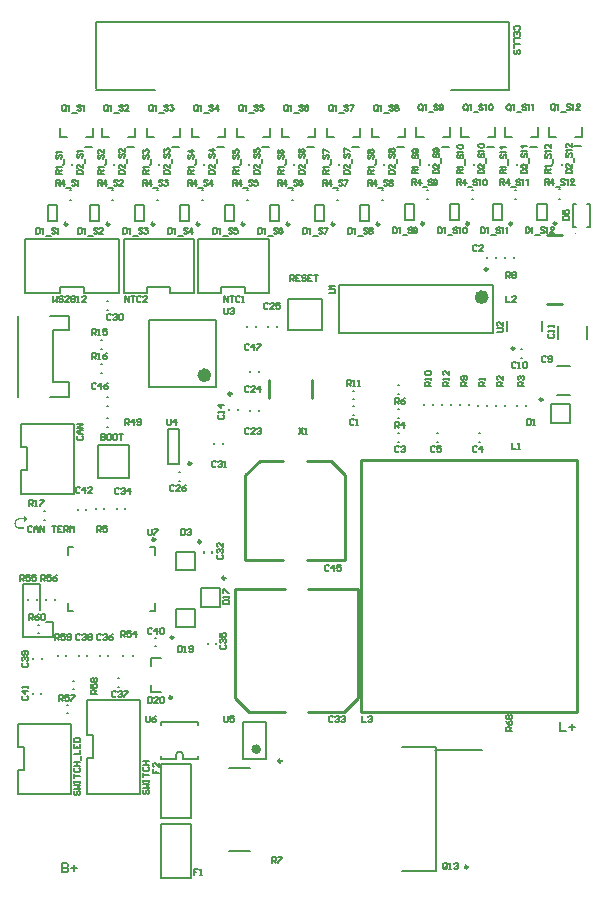
<source format=gto>
G04 Layer_Color=65535*
%FSAX24Y24*%
%MOIN*%
G70*
G01*
G75*
%ADD52C,0.0100*%
%ADD91C,0.0098*%
%ADD92C,0.0039*%
%ADD93C,0.0157*%
%ADD94C,0.0236*%
%ADD95C,0.0079*%
%ADD96C,0.0050*%
%ADD97C,0.0080*%
%ADD98C,0.0080*%
%ADD99C,0.0060*%
G36*
X045044Y052489D02*
X044933Y052378D01*
Y052467D01*
X044778D01*
X044767Y052466D01*
X044757Y052465D01*
X044748Y052463D01*
X044740Y052461D01*
X044724Y052454D01*
X044710Y052447D01*
X044704Y052443D01*
X044699Y052440D01*
X044695Y052437D01*
X044691Y052433D01*
X044687Y052432D01*
X044686Y052430D01*
X044684Y052428D01*
X044684Y052428D01*
X044676Y052420D01*
X044671Y052413D01*
X044665Y052404D01*
X044661Y052397D01*
X044658Y052389D01*
X044654Y052381D01*
X044650Y052366D01*
X044648Y052360D01*
X044647Y052353D01*
X044646Y052348D01*
X044645Y052343D01*
X044645Y052339D01*
Y052336D01*
Y052334D01*
Y052334D01*
X044645Y052324D01*
X044647Y052314D01*
X044649Y052305D01*
X044651Y052296D01*
X044657Y052280D01*
X044664Y052266D01*
X044668Y052260D01*
X044671Y052255D01*
X044675Y052251D01*
X044678Y052247D01*
X044680Y052244D01*
X044682Y052242D01*
X044683Y052241D01*
X044684Y052240D01*
X044691Y052233D01*
X044699Y052227D01*
X044707Y052222D01*
X044715Y052218D01*
X044722Y052214D01*
X044730Y052211D01*
X044745Y052206D01*
X044752Y052204D01*
X044758Y052203D01*
X044763Y052202D01*
X044768Y052201D01*
X044772Y052201D01*
X044933D01*
Y052156D01*
X044778D01*
X044764Y052157D01*
X044751Y052158D01*
X044739Y052161D01*
X044727Y052165D01*
X044716Y052168D01*
X044706Y052173D01*
X044696Y052178D01*
X044687Y052182D01*
X044679Y052187D01*
X044672Y052192D01*
X044666Y052196D01*
X044661Y052200D01*
X044657Y052203D01*
X044654Y052206D01*
X044652Y052208D01*
X044652Y052209D01*
X044643Y052218D01*
X044635Y052229D01*
X044628Y052239D01*
X044622Y052250D01*
X044617Y052260D01*
X044613Y052271D01*
X044609Y052281D01*
X044606Y052290D01*
X044605Y052299D01*
X044603Y052308D01*
X044601Y052315D01*
X044601Y052321D01*
Y052327D01*
X044600Y052330D01*
Y052333D01*
Y052334D01*
X044601Y052347D01*
X044602Y052360D01*
X044605Y052373D01*
X044608Y052384D01*
X044612Y052395D01*
X044616Y052406D01*
X044621Y052415D01*
X044626Y052424D01*
X044630Y052432D01*
X044636Y052439D01*
X044640Y052445D01*
X044644Y052450D01*
X044647Y052454D01*
X044650Y052457D01*
X044651Y052459D01*
X044652Y052459D01*
X044662Y052468D01*
X044672Y052476D01*
X044683Y052483D01*
X044693Y052489D01*
X044704Y052494D01*
X044715Y052498D01*
X044724Y052502D01*
X044734Y052505D01*
X044743Y052507D01*
X044752Y052509D01*
X044759Y052510D01*
X044765Y052511D01*
X044770D01*
X044774Y052511D01*
X044933D01*
Y052600D01*
X045044Y052489D01*
D02*
G37*
D52*
X056156Y054455D02*
X061431D01*
X056156Y046055D02*
Y054455D01*
Y046055D02*
X063356D01*
Y054455D01*
X061431D02*
X063356D01*
X051953Y046525D02*
Y050147D01*
Y046525D02*
X052425Y046053D01*
X056047Y046525D02*
Y050147D01*
X055575Y046053D02*
X056047Y046525D01*
X054394Y050147D02*
X056047D01*
X054394Y046053D02*
X055575D01*
X052425D02*
X053606D01*
X051953Y050147D02*
X053606D01*
X054525Y056495D02*
Y057105D01*
X053075Y056495D02*
Y057105D01*
X062364Y061942D02*
X062836D01*
X062364Y059658D02*
X062836D01*
X055609Y051101D02*
Y053936D01*
X055137Y054408D02*
X055609Y053936D01*
X052302Y051101D02*
Y053936D01*
X052775Y054408D01*
X052302Y051101D02*
X053562D01*
X052775Y054408D02*
X053562D01*
X054349D02*
X055137D01*
X054349Y051101D02*
X055609D01*
D91*
X059710Y040877D02*
G03*
X059710Y040877I-000049J000000D01*
G01*
X049291Y051796D02*
G03*
X049291Y051796I-000049J000000D01*
G01*
X049849Y046526D02*
G03*
X049849Y046526I-000049J000000D01*
G01*
X049898Y048531D02*
G03*
X049898Y048531I-000049J000000D01*
G01*
X051627Y050507D02*
G03*
X051627Y050507I-000049J000000D01*
G01*
X050812Y051718D02*
G03*
X050812Y051718I-000049J000000D01*
G01*
X061262Y058166D02*
G03*
X061262Y058166I-000049J000000D01*
G01*
X053496Y044411D02*
G03*
X053496Y044411I-000049J000000D01*
G01*
X060371Y060800D02*
G03*
X060371Y060800I-000049J000000D01*
G01*
X062668Y062326D02*
G03*
X062668Y062326I-000049J000000D01*
G01*
X061188Y062320D02*
G03*
X061188Y062320I-000049J000000D01*
G01*
X059748Y062320D02*
G03*
X059748Y062320I-000049J000000D01*
G01*
X058248D02*
G03*
X058248Y062320I-000049J000000D01*
G01*
X056763Y062305D02*
G03*
X056763Y062305I-000049J000000D01*
G01*
X055263D02*
G03*
X055263Y062305I-000049J000000D01*
G01*
X053763Y062305D02*
G03*
X053763Y062305I-000049J000000D01*
G01*
X052263Y062305D02*
G03*
X052263Y062305I-000049J000000D01*
G01*
X050763D02*
G03*
X050763Y062305I-000049J000000D01*
G01*
X049263D02*
G03*
X049263Y062305I-000049J000000D01*
G01*
X047763Y062305D02*
G03*
X047763Y062305I-000049J000000D01*
G01*
X046363Y062305D02*
G03*
X046363Y062305I-000049J000000D01*
G01*
X062206Y056457D02*
G03*
X062206Y056457I-000049J000000D01*
G01*
X050491Y054329D02*
G03*
X050491Y054329I-000049J000000D01*
G01*
X051834Y056652D02*
G03*
X051834Y056652I-000049J000000D01*
G01*
D92*
X063323Y062009D02*
G03*
X063323Y062009I-000020J000000D01*
G01*
D93*
X052738Y044805D02*
G03*
X052738Y044805I-000079J000000D01*
G01*
D94*
X060292Y059875D02*
G03*
X060292Y059875I-000118J000000D01*
G01*
X051046Y057272D02*
G03*
X051046Y057272I-000118J000000D01*
G01*
D95*
X050218Y044608D02*
G03*
X049982Y044608I-000118J000000D01*
G01*
X047680Y059757D02*
X047720D01*
X047680Y059443D02*
X047720D01*
X057535Y040733D02*
X058637D01*
Y044867D01*
X057535D02*
X058637D01*
X062683Y057592D02*
X063117D01*
X062683Y056608D02*
X063117D01*
X049134Y051541D02*
X049301D01*
Y051275D02*
Y051541D01*
Y049415D02*
Y049680D01*
X049134Y049415D02*
X049301D01*
X046388D02*
X046555D01*
X046388D02*
Y049680D01*
Y051541D02*
X046555D01*
X046388Y051275D02*
Y051541D01*
X045380Y048938D02*
X045420D01*
X045380Y048662D02*
X045420D01*
X046329Y047916D02*
Y047956D01*
X046053Y047916D02*
Y047956D01*
X046543Y046801D02*
X046582D01*
X046543Y047077D02*
X046582D01*
X046336Y046017D02*
X046375D01*
X046336Y046293D02*
X046375D01*
X045662Y049780D02*
Y049820D01*
X045938Y049780D02*
Y049820D01*
X045062Y049780D02*
Y049820D01*
X045338Y049780D02*
Y049820D01*
X048233Y047916D02*
Y047956D01*
X048548Y047916D02*
Y047956D01*
X047325Y052804D02*
Y052844D01*
X047600Y052804D02*
Y052844D01*
X049150Y047589D02*
Y047849D01*
X049471D01*
X049150Y046700D02*
Y046959D01*
Y046700D02*
X049471D01*
X049991Y049482D02*
X050621D01*
Y048867D02*
Y049482D01*
X049991Y048867D02*
Y049482D01*
Y048867D02*
X050621D01*
X050806Y049557D02*
X051436D01*
X050806D02*
Y050171D01*
X051436Y049557D02*
Y050171D01*
X050806D02*
X051436D01*
X049991Y050767D02*
X050621D01*
X049991D02*
Y051382D01*
X050621Y050767D02*
Y051382D01*
X049991D02*
X050621D01*
X046725Y052780D02*
Y052819D01*
X047000Y052780D02*
Y052819D01*
X045500Y046629D02*
Y046668D01*
X045225Y046629D02*
Y046668D01*
X049286Y048237D02*
X049325D01*
X049286Y048512D02*
X049325D01*
X045205Y047819D02*
Y047859D01*
X045520Y047819D02*
Y047859D01*
X047029Y047916D02*
Y047956D01*
X046753Y047916D02*
Y047956D01*
X048043Y047162D02*
X048082D01*
X048043Y046886D02*
X048082D01*
X047453Y047916D02*
Y047956D01*
X047729Y047916D02*
Y047956D01*
X051329Y048316D02*
Y048356D01*
X051053Y048316D02*
Y048356D01*
X048025Y052822D02*
Y052861D01*
X048300Y052822D02*
Y052861D01*
X050918Y051360D02*
Y051399D01*
X051194Y051360D02*
Y051399D01*
X061016Y058734D02*
Y059086D01*
X062197Y058734D02*
Y059086D01*
X063205Y062226D02*
Y062974D01*
X063795Y062226D02*
Y062974D01*
X063205Y062226D02*
X063303D01*
X063205Y062974D02*
X063303D01*
X063697Y062226D02*
X063795D01*
X063697Y062974D02*
X063795D01*
X063692Y058483D02*
Y058917D01*
X062708Y058483D02*
Y058917D01*
X061480Y058157D02*
X061520D01*
X061480Y057843D02*
X061520D01*
X052974Y044490D02*
Y045710D01*
X052226Y044490D02*
Y045710D01*
Y044490D02*
X052974D01*
X052226Y045710D02*
X052974D01*
X047480Y057343D02*
X047520D01*
X047480Y057657D02*
X047520D01*
X047480Y058143D02*
X047520D01*
X047480Y058457D02*
X047520D01*
X055410Y058674D02*
Y060269D01*
X060568Y058674D02*
Y060269D01*
X055410Y058674D02*
X060568D01*
X055410Y060269D02*
X060568D01*
X062760Y063149D02*
X062800D01*
X062760Y063464D02*
X062800D01*
X061280Y063143D02*
X061320D01*
X061280Y063457D02*
X061320D01*
X059840Y063143D02*
X059880D01*
X059840Y063457D02*
X059880D01*
X058340Y063143D02*
X058380D01*
X058340Y063457D02*
X058380D01*
X056855Y063128D02*
X056895D01*
X056855Y063443D02*
X056895D01*
X055355Y063128D02*
X055395D01*
X055355Y063443D02*
X055395D01*
X053855Y063128D02*
X053895D01*
X053855Y063443D02*
X053895D01*
X052355Y063128D02*
X052395D01*
X052355Y063443D02*
X052395D01*
X050855Y063128D02*
X050895D01*
X050855Y063443D02*
X050895D01*
X049355Y063128D02*
X049395D01*
X049355Y063443D02*
X049395D01*
X047855Y063128D02*
X047895D01*
X047855Y063443D02*
X047895D01*
X046455Y063128D02*
X046495D01*
X046455Y063443D02*
X046495D01*
X062837Y064287D02*
Y064326D01*
X062523Y064287D02*
Y064326D01*
X061357Y064280D02*
Y064320D01*
X061043Y064280D02*
Y064320D01*
X059917Y064280D02*
Y064320D01*
X059603Y064280D02*
Y064320D01*
X058417Y064280D02*
Y064320D01*
X058103Y064280D02*
Y064320D01*
X056932Y064265D02*
Y064305D01*
X056617Y064265D02*
Y064305D01*
X055432Y064265D02*
Y064305D01*
X055117Y064265D02*
Y064305D01*
X053932Y064265D02*
Y064305D01*
X053617Y064265D02*
Y064305D01*
X052432Y064265D02*
Y064305D01*
X052117Y064265D02*
Y064305D01*
X050932Y064265D02*
Y064305D01*
X050617Y064265D02*
Y064305D01*
X049432Y064265D02*
Y064305D01*
X049117Y064265D02*
Y064305D01*
X047932Y064265D02*
Y064305D01*
X047617Y064265D02*
Y064305D01*
X046532Y064265D02*
Y064305D01*
X046217Y064265D02*
Y064305D01*
X063262Y064897D02*
X063498D01*
X061782Y064891D02*
X062018D01*
X060342D02*
X060578D01*
X058842D02*
X059078D01*
X057357Y064876D02*
X057593D01*
X055857D02*
X056093D01*
X054357D02*
X054593D01*
X052857D02*
X053093D01*
X051357D02*
X051593D01*
X049857D02*
X050093D01*
X048357D02*
X048593D01*
X046957D02*
X047193D01*
X062023Y062441D02*
X062337D01*
X062023Y062972D02*
X062337D01*
Y062441D02*
Y062972D01*
X062023Y062441D02*
Y062972D01*
X060543Y062434D02*
X060857D01*
X060543Y062966D02*
X060857D01*
Y062434D02*
Y062966D01*
X060543Y062434D02*
Y062966D01*
X059103Y062434D02*
X059417D01*
X059103Y062966D02*
X059417D01*
Y062434D02*
Y062966D01*
X059103Y062434D02*
Y062966D01*
X057603Y062434D02*
X057917D01*
X057603Y062966D02*
X057917D01*
Y062434D02*
Y062966D01*
X057603Y062434D02*
Y062966D01*
X056117Y062419D02*
X056432D01*
X056117Y062951D02*
X056432D01*
Y062419D02*
Y062951D01*
X056117Y062419D02*
Y062951D01*
X054617Y062419D02*
X054932D01*
X054617Y062951D02*
X054932D01*
Y062419D02*
Y062951D01*
X054617Y062419D02*
Y062951D01*
X053117Y062419D02*
X053432D01*
X053117Y062951D02*
X053432D01*
Y062419D02*
Y062951D01*
X053117Y062419D02*
Y062951D01*
X051617Y062419D02*
X051932D01*
X051617Y062951D02*
X051932D01*
Y062419D02*
Y062951D01*
X051617Y062419D02*
Y062951D01*
X050117Y062419D02*
X050432D01*
X050117Y062951D02*
X050432D01*
Y062419D02*
Y062951D01*
X050117Y062419D02*
Y062951D01*
X048617Y062419D02*
X048932D01*
X048617Y062951D02*
X048932D01*
Y062419D02*
Y062951D01*
X048617Y062419D02*
Y062951D01*
X047117Y062419D02*
X047432D01*
X047117Y062951D02*
X047432D01*
Y062419D02*
Y062951D01*
X047117Y062419D02*
Y062951D01*
X045717Y062419D02*
X046032D01*
X045717Y062951D02*
X046032D01*
Y062419D02*
Y062951D01*
X045717Y062419D02*
Y062951D01*
X055880Y055943D02*
X055920D01*
X055880Y056257D02*
X055920D01*
X060362Y061180D02*
Y061220D01*
X060638Y061180D02*
Y061220D01*
X057380Y055043D02*
X057420D01*
X057380Y055357D02*
X057420D01*
X060080Y055043D02*
X060120D01*
X060080Y055357D02*
X060120D01*
X058680Y055043D02*
X058720D01*
X058680Y055357D02*
X058720D01*
X052757Y056080D02*
Y056120D01*
X052443Y056080D02*
Y056120D01*
X052757Y057380D02*
Y057420D01*
X052443Y057380D02*
Y057420D01*
X053357Y058880D02*
Y058920D01*
X053043Y058880D02*
Y058920D01*
X050080Y054057D02*
X050120D01*
X050080Y053743D02*
X050120D01*
X051243Y054980D02*
Y055020D01*
X051557Y054980D02*
Y055020D01*
X047680Y056557D02*
X047720D01*
X047680Y056243D02*
X047720D01*
X052657Y058880D02*
Y058920D01*
X052343Y058880D02*
Y058920D01*
X063107Y055685D02*
Y056315D01*
X062493Y055685D02*
X063107D01*
X062493Y056315D02*
X063107D01*
X062493Y055685D02*
Y056315D01*
X060338Y056253D02*
Y056292D01*
X060062Y056253D02*
Y056292D01*
X060938Y056253D02*
Y056292D01*
X060662Y056253D02*
Y056292D01*
X061638Y056253D02*
Y056292D01*
X061362Y056253D02*
Y056292D01*
X057380Y056157D02*
X057420D01*
X057380Y055843D02*
X057420D01*
X057380Y056957D02*
X057420D01*
X057380Y056643D02*
X057420D01*
X051746Y044178D02*
X052454D01*
X051746Y041422D02*
X052454D01*
X060962Y061180D02*
Y061220D01*
X061238Y061180D02*
Y061220D01*
X059738Y056280D02*
Y056320D01*
X059462Y056280D02*
Y056320D01*
X058538Y056280D02*
Y056320D01*
X058262Y056280D02*
Y056320D01*
X055880Y056462D02*
X055920D01*
X055880Y056738D02*
X055920D01*
X059138Y056280D02*
Y056320D01*
X058862Y056280D02*
Y056320D01*
X047680Y055543D02*
X047720D01*
X047680Y055857D02*
X047720D01*
X045580Y052443D02*
X045620D01*
X045580Y052757D02*
X045620D01*
X058613Y044780D02*
X060187D01*
X058613Y046020D02*
X060187D01*
X047388Y054951D02*
X048412D01*
X047388Y053849D02*
Y054951D01*
X048412Y053849D02*
Y054951D01*
X047388Y053849D02*
X048412D01*
X053734Y058781D02*
Y059805D01*
Y058781D02*
X054836D01*
X053734Y059805D02*
X054836D01*
Y058781D02*
Y059805D01*
X049703Y054309D02*
X050097D01*
X049703Y055491D02*
X050097D01*
Y054309D02*
Y055491D01*
X049703Y054309D02*
Y055491D01*
X050710Y044490D02*
Y044588D01*
X050218Y044490D02*
X050710D01*
X050218D02*
Y044608D01*
X049982Y044490D02*
Y044608D01*
X049490Y044490D02*
X049982D01*
X049490D02*
Y044588D01*
Y045710D02*
X050710D01*
X049490Y045612D02*
Y045710D01*
X050710Y045612D02*
Y045710D01*
X049078Y059122D02*
X051322D01*
X049078Y056878D02*
X051322D01*
X049078D02*
Y059122D01*
X051322Y056878D02*
Y059122D01*
X051743Y056095D02*
Y056135D01*
X052057Y056095D02*
Y056135D01*
X050279Y044300D02*
X050500D01*
X049916D02*
X050037D01*
X049500D02*
X049916D01*
X049500Y042500D02*
Y044300D01*
Y042500D02*
X050500D01*
Y044300D01*
X050037D02*
X050279D01*
X049721Y040500D02*
X049963D01*
X049500D02*
Y042300D01*
X050500D01*
Y040500D02*
Y042300D01*
X050084Y040500D02*
X050500D01*
X049963D02*
X050084D01*
X049500D02*
X049721D01*
D96*
X045650Y049050D02*
X045900D01*
Y048900D02*
Y049050D01*
X045450Y049450D02*
Y050300D01*
X044900D02*
X045450D01*
X045900Y048550D02*
Y048900D01*
X044900Y048550D02*
X045900D01*
X044900D02*
Y050300D01*
X045183Y052217D02*
X045150Y052250D01*
X045083D01*
X045050Y052217D01*
Y052083D01*
X045083Y052050D01*
X045150D01*
X045183Y052083D01*
X045250Y052050D02*
Y052183D01*
X045317Y052250D01*
X045383Y052183D01*
Y052050D01*
Y052150D01*
X045250D01*
X045450Y052050D02*
Y052250D01*
X045583Y052050D01*
Y052250D01*
X045850D02*
X045983D01*
X045916D01*
Y052050D01*
X046183Y052250D02*
X046050D01*
Y052050D01*
X046183D01*
X046050Y052150D02*
X046116D01*
X046250Y052050D02*
Y052250D01*
X046350D01*
X046383Y052217D01*
Y052150D01*
X046350Y052117D01*
X046250D01*
X046316D02*
X046383Y052050D01*
X046450D02*
Y052250D01*
X046516Y052183D01*
X046583Y052250D01*
Y052050D01*
X051433Y055933D02*
X051400Y055900D01*
Y055833D01*
X051433Y055800D01*
X051567D01*
X051600Y055833D01*
Y055900D01*
X051567Y055933D01*
X051600Y056000D02*
Y056067D01*
Y056033D01*
X051400D01*
X051433Y056000D01*
X051600Y056267D02*
X051400D01*
X051500Y056167D01*
Y056300D01*
X055089Y050922D02*
X055056Y050955D01*
X054989D01*
X054956Y050922D01*
Y050788D01*
X054989Y050755D01*
X055056D01*
X055089Y050788D01*
X055256Y050755D02*
Y050955D01*
X055156Y050855D01*
X055289D01*
X055489Y050955D02*
X055356D01*
Y050855D01*
X055422Y050888D01*
X055456D01*
X055489Y050855D01*
Y050788D01*
X055456Y050755D01*
X055389D01*
X055356Y050788D01*
X061417Y068767D02*
X061450Y068800D01*
Y068867D01*
X061417Y068900D01*
X061283D01*
X061250Y068867D01*
Y068800D01*
X061283Y068767D01*
X061450Y068567D02*
Y068700D01*
X061250D01*
Y068567D01*
X061350Y068700D02*
Y068633D01*
X061450Y068500D02*
X061250D01*
Y068367D01*
X061450Y068300D02*
X061250D01*
Y068167D01*
X061417Y067967D02*
X061450Y068000D01*
Y068067D01*
X061417Y068100D01*
X061383D01*
X061350Y068067D01*
Y068000D01*
X061317Y067967D01*
X061283D01*
X061250Y068000D01*
Y068067D01*
X061283Y068100D01*
X061000Y059900D02*
Y059700D01*
X061133D01*
X061333D02*
X061200D01*
X061333Y059833D01*
Y059867D01*
X061300Y059900D01*
X061233D01*
X061200Y059867D01*
X051600Y059500D02*
Y059333D01*
X051633Y059300D01*
X051700D01*
X051733Y059333D01*
Y059500D01*
X051800Y059467D02*
X051833Y059500D01*
X051900D01*
X051933Y059467D01*
Y059433D01*
X051900Y059400D01*
X051867D01*
X051900D01*
X051933Y059367D01*
Y059333D01*
X051900Y059300D01*
X051833D01*
X051800Y059333D01*
X054100Y055500D02*
X054233Y055300D01*
Y055500D02*
X054100Y055300D01*
X054300D02*
X054367D01*
X054333D01*
Y055500D01*
X054300Y055467D01*
X049000Y045900D02*
Y045733D01*
X049033Y045700D01*
X049100D01*
X049133Y045733D01*
Y045900D01*
X049333D02*
X049267Y045867D01*
X049200Y045800D01*
Y045733D01*
X049233Y045700D01*
X049300D01*
X049333Y045733D01*
Y045767D01*
X049300Y045800D01*
X049200D01*
X049700Y055800D02*
Y055633D01*
X049733Y055600D01*
X049800D01*
X049833Y055633D01*
Y055800D01*
X050000Y055600D02*
Y055800D01*
X049900Y055700D01*
X050033D01*
X053800Y060400D02*
Y060600D01*
X053900D01*
X053933Y060567D01*
Y060500D01*
X053900Y060467D01*
X053800D01*
X053867D02*
X053933Y060400D01*
X054133Y060600D02*
X054000D01*
Y060400D01*
X054133D01*
X054000Y060500D02*
X054067D01*
X054333Y060567D02*
X054300Y060600D01*
X054233D01*
X054200Y060567D01*
Y060533D01*
X054233Y060500D01*
X054300D01*
X054333Y060467D01*
Y060433D01*
X054300Y060400D01*
X054233D01*
X054200Y060433D01*
X054533Y060600D02*
X054400D01*
Y060400D01*
X054533D01*
X054400Y060500D02*
X054466D01*
X054600Y060600D02*
X054733D01*
X054666D01*
Y060400D01*
X047478Y055300D02*
Y055100D01*
X047578D01*
X047611Y055133D01*
Y055167D01*
X047578Y055200D01*
X047478D01*
X047578D01*
X047611Y055233D01*
Y055267D01*
X047578Y055300D01*
X047478D01*
X047778D02*
X047711D01*
X047678Y055267D01*
Y055133D01*
X047711Y055100D01*
X047778D01*
X047811Y055133D01*
Y055267D01*
X047778Y055300D01*
X047978D02*
X047911D01*
X047878Y055267D01*
Y055133D01*
X047911Y055100D01*
X047978D01*
X048011Y055133D01*
Y055267D01*
X047978Y055300D01*
X048078D02*
X048211D01*
X048144D01*
Y055100D01*
X061200Y045400D02*
X061000D01*
Y045500D01*
X061033Y045533D01*
X061100D01*
X061133Y045500D01*
Y045400D01*
Y045467D02*
X061200Y045533D01*
X061000Y045733D02*
X061033Y045667D01*
X061100Y045600D01*
X061167D01*
X061200Y045633D01*
Y045700D01*
X061167Y045733D01*
X061133D01*
X061100Y045700D01*
Y045600D01*
X061033Y045800D02*
X061000Y045833D01*
Y045900D01*
X061033Y045933D01*
X061067D01*
X061100Y045900D01*
X061133Y045933D01*
X061167D01*
X061200Y045900D01*
Y045833D01*
X061167Y045800D01*
X061133D01*
X061100Y045833D01*
X061067Y045800D01*
X061033D01*
X061100Y045833D02*
Y045900D01*
X045100Y052900D02*
Y053100D01*
X045200D01*
X045233Y053067D01*
Y053000D01*
X045200Y052967D01*
X045100D01*
X045167D02*
X045233Y052900D01*
X045300D02*
X045367D01*
X045333D01*
Y053100D01*
X045300Y053067D01*
X045467Y053100D02*
X045600D01*
Y053067D01*
X045467Y052933D01*
Y052900D01*
X048300Y055600D02*
Y055800D01*
X048400D01*
X048433Y055767D01*
Y055700D01*
X048400Y055667D01*
X048300D01*
X048367D02*
X048433Y055600D01*
X048600D02*
Y055800D01*
X048500Y055700D01*
X048633D01*
X048700Y055633D02*
X048733Y055600D01*
X048800D01*
X048833Y055633D01*
Y055767D01*
X048800Y055800D01*
X048733D01*
X048700Y055767D01*
Y055733D01*
X048733Y055700D01*
X048833D01*
X059100Y056900D02*
X058900D01*
Y057000D01*
X058933Y057033D01*
X059000D01*
X059033Y057000D01*
Y056900D01*
Y056967D02*
X059100Y057033D01*
Y057100D02*
Y057167D01*
Y057133D01*
X058900D01*
X058933Y057100D01*
X059100Y057400D02*
Y057267D01*
X058967Y057400D01*
X058933D01*
X058900Y057367D01*
Y057300D01*
X058933Y057267D01*
X055700Y056900D02*
Y057100D01*
X055800D01*
X055833Y057067D01*
Y057000D01*
X055800Y056967D01*
X055700D01*
X055767D02*
X055833Y056900D01*
X055900D02*
X055967D01*
X055933D01*
Y057100D01*
X055900Y057067D01*
X056067Y056900D02*
X056133D01*
X056100D01*
Y057100D01*
X056067Y057067D01*
X058500Y056900D02*
X058300D01*
Y057000D01*
X058333Y057033D01*
X058400D01*
X058433Y057000D01*
Y056900D01*
Y056967D02*
X058500Y057033D01*
Y057100D02*
Y057167D01*
Y057133D01*
X058300D01*
X058333Y057100D01*
Y057267D02*
X058300Y057300D01*
Y057367D01*
X058333Y057400D01*
X058467D01*
X058500Y057367D01*
Y057300D01*
X058467Y057267D01*
X058333D01*
X059700Y056900D02*
X059500D01*
Y057000D01*
X059533Y057033D01*
X059600D01*
X059633Y057000D01*
Y056900D01*
Y056967D02*
X059700Y057033D01*
X059667Y057100D02*
X059700Y057133D01*
Y057200D01*
X059667Y057233D01*
X059533D01*
X059500Y057200D01*
Y057133D01*
X059533Y057100D01*
X059567D01*
X059600Y057133D01*
Y057233D01*
X061000Y060500D02*
Y060700D01*
X061100D01*
X061133Y060667D01*
Y060600D01*
X061100Y060567D01*
X061000D01*
X061067D02*
X061133Y060500D01*
X061200Y060667D02*
X061233Y060700D01*
X061300D01*
X061333Y060667D01*
Y060633D01*
X061300Y060600D01*
X061333Y060567D01*
Y060533D01*
X061300Y060500D01*
X061233D01*
X061200Y060533D01*
Y060567D01*
X061233Y060600D01*
X061200Y060633D01*
Y060667D01*
X061233Y060600D02*
X061300D01*
X053200Y041000D02*
Y041200D01*
X053300D01*
X053333Y041167D01*
Y041100D01*
X053300Y041067D01*
X053200D01*
X053267D02*
X053333Y041000D01*
X053400Y041200D02*
X053533D01*
Y041167D01*
X053400Y041033D01*
Y041000D01*
X057300Y056300D02*
Y056500D01*
X057400D01*
X057433Y056467D01*
Y056400D01*
X057400Y056367D01*
X057300D01*
X057367D02*
X057433Y056300D01*
X057633Y056500D02*
X057567Y056467D01*
X057500Y056400D01*
Y056333D01*
X057533Y056300D01*
X057600D01*
X057633Y056333D01*
Y056367D01*
X057600Y056400D01*
X057500D01*
X057300Y055500D02*
Y055700D01*
X057400D01*
X057433Y055667D01*
Y055600D01*
X057400Y055567D01*
X057300D01*
X057367D02*
X057433Y055500D01*
X057600D02*
Y055700D01*
X057500Y055600D01*
X057633D01*
X061600Y056900D02*
X061400D01*
Y057000D01*
X061433Y057033D01*
X061500D01*
X061533Y057000D01*
Y056900D01*
Y056967D02*
X061600Y057033D01*
X061433Y057100D02*
X061400Y057133D01*
Y057200D01*
X061433Y057233D01*
X061467D01*
X061500Y057200D01*
Y057167D01*
Y057200D01*
X061533Y057233D01*
X061567D01*
X061600Y057200D01*
Y057133D01*
X061567Y057100D01*
X060900Y056900D02*
X060700D01*
Y057000D01*
X060733Y057033D01*
X060800D01*
X060833Y057000D01*
Y056900D01*
Y056967D02*
X060900Y057033D01*
Y057233D02*
Y057100D01*
X060767Y057233D01*
X060733D01*
X060700Y057200D01*
Y057133D01*
X060733Y057100D01*
X060300Y056900D02*
X060100D01*
Y057000D01*
X060133Y057033D01*
X060200D01*
X060233Y057000D01*
Y056900D01*
Y056967D02*
X060300Y057033D01*
Y057100D02*
Y057167D01*
Y057133D01*
X060100D01*
X060133Y057100D01*
X061200Y055000D02*
Y054800D01*
X061333D01*
X061400D02*
X061467D01*
X061433D01*
Y055000D01*
X061400Y054967D01*
X046633Y043421D02*
X046600Y043387D01*
Y043321D01*
X046633Y043287D01*
X046667D01*
X046700Y043321D01*
Y043387D01*
X046733Y043421D01*
X046767D01*
X046800Y043387D01*
Y043321D01*
X046767Y043287D01*
X046600Y043487D02*
X046800D01*
X046733Y043554D01*
X046800Y043621D01*
X046600D01*
Y043687D02*
Y043754D01*
Y043721D01*
X046800D01*
Y043687D01*
Y043754D01*
X046600Y043854D02*
Y043987D01*
Y043921D01*
X046800D01*
X046633Y044187D02*
X046600Y044154D01*
Y044087D01*
X046633Y044054D01*
X046767D01*
X046800Y044087D01*
Y044154D01*
X046767Y044187D01*
X046600Y044254D02*
X046800D01*
X046700D01*
Y044387D01*
X046600D01*
X046800D01*
X046833Y044454D02*
Y044587D01*
X046600Y044654D02*
X046800D01*
Y044787D01*
X046600Y044987D02*
Y044854D01*
X046800D01*
Y044987D01*
X046700Y044854D02*
Y044920D01*
X046600Y045053D02*
X046800D01*
Y045153D01*
X046767Y045187D01*
X046633D01*
X046600Y045153D01*
Y045053D01*
X048933Y043433D02*
X048900Y043400D01*
Y043333D01*
X048933Y043300D01*
X048967D01*
X049000Y043333D01*
Y043400D01*
X049033Y043433D01*
X049067D01*
X049100Y043400D01*
Y043333D01*
X049067Y043300D01*
X048900Y043500D02*
X049100D01*
X049033Y043567D01*
X049100Y043633D01*
X048900D01*
Y043700D02*
Y043767D01*
Y043733D01*
X049100D01*
Y043700D01*
Y043767D01*
X048900Y043866D02*
Y044000D01*
Y043933D01*
X049100D01*
X048933Y044200D02*
X048900Y044166D01*
Y044100D01*
X048933Y044066D01*
X049067D01*
X049100Y044100D01*
Y044166D01*
X049067Y044200D01*
X048900Y044266D02*
X049100D01*
X049000D01*
Y044400D01*
X048900D01*
X049100D01*
X046733Y055233D02*
X046700Y055200D01*
Y055133D01*
X046733Y055100D01*
X046867D01*
X046900Y055133D01*
Y055200D01*
X046867Y055233D01*
X046900Y055300D02*
X046767D01*
X046700Y055367D01*
X046767Y055433D01*
X046900D01*
X046800D01*
Y055300D01*
X046900Y055500D02*
X046700D01*
X046900Y055633D01*
X046700D01*
X061700Y055800D02*
Y055600D01*
X061800D01*
X061833Y055633D01*
Y055767D01*
X061800Y055800D01*
X061700D01*
X061900Y055600D02*
X061967D01*
X061933D01*
Y055800D01*
X061900Y055767D01*
X052433Y058267D02*
X052400Y058300D01*
X052333D01*
X052300Y058267D01*
Y058133D01*
X052333Y058100D01*
X052400D01*
X052433Y058133D01*
X052600Y058100D02*
Y058300D01*
X052500Y058200D01*
X052633D01*
X052700Y058300D02*
X052833D01*
Y058267D01*
X052700Y058133D01*
Y058100D01*
X047333Y056967D02*
X047300Y057000D01*
X047233D01*
X047200Y056967D01*
Y056833D01*
X047233Y056800D01*
X047300D01*
X047333Y056833D01*
X047500Y056800D02*
Y057000D01*
X047400Y056900D01*
X047533D01*
X047733Y057000D02*
X047667Y056967D01*
X047600Y056900D01*
Y056833D01*
X047633Y056800D01*
X047700D01*
X047733Y056833D01*
Y056867D01*
X047700Y056900D01*
X047600D01*
X051333Y054367D02*
X051300Y054400D01*
X051233D01*
X051200Y054367D01*
Y054233D01*
X051233Y054200D01*
X051300D01*
X051333Y054233D01*
X051400Y054367D02*
X051433Y054400D01*
X051500D01*
X051533Y054367D01*
Y054333D01*
X051500Y054300D01*
X051467D01*
X051500D01*
X051533Y054267D01*
Y054233D01*
X051500Y054200D01*
X051433D01*
X051400Y054233D01*
X051600Y054200D02*
X051667D01*
X051633D01*
Y054400D01*
X051600Y054367D01*
X049933Y053567D02*
X049900Y053600D01*
X049833D01*
X049800Y053567D01*
Y053433D01*
X049833Y053400D01*
X049900D01*
X049933Y053433D01*
X050133Y053400D02*
X050000D01*
X050133Y053533D01*
Y053567D01*
X050100Y053600D01*
X050033D01*
X050000Y053567D01*
X050333Y053600D02*
X050267Y053567D01*
X050200Y053500D01*
Y053433D01*
X050233Y053400D01*
X050300D01*
X050333Y053433D01*
Y053467D01*
X050300Y053500D01*
X050200D01*
X053036Y059659D02*
X053003Y059692D01*
X052936D01*
X052903Y059659D01*
Y059525D01*
X052936Y059492D01*
X053003D01*
X053036Y059525D01*
X053236Y059492D02*
X053103D01*
X053236Y059625D01*
Y059659D01*
X053203Y059692D01*
X053136D01*
X053103Y059659D01*
X053436Y059692D02*
X053303D01*
Y059592D01*
X053370Y059625D01*
X053403D01*
X053436Y059592D01*
Y059525D01*
X053403Y059492D01*
X053336D01*
X053303Y059525D01*
X052433Y056867D02*
X052400Y056900D01*
X052333D01*
X052300Y056867D01*
Y056733D01*
X052333Y056700D01*
X052400D01*
X052433Y056733D01*
X052633Y056700D02*
X052500D01*
X052633Y056833D01*
Y056867D01*
X052600Y056900D01*
X052533D01*
X052500Y056867D01*
X052800Y056700D02*
Y056900D01*
X052700Y056800D01*
X052833D01*
X052433Y055467D02*
X052400Y055500D01*
X052333D01*
X052300Y055467D01*
Y055333D01*
X052333Y055300D01*
X052400D01*
X052433Y055333D01*
X052633Y055300D02*
X052500D01*
X052633Y055433D01*
Y055467D01*
X052600Y055500D01*
X052533D01*
X052500Y055467D01*
X052700D02*
X052733Y055500D01*
X052800D01*
X052833Y055467D01*
Y055433D01*
X052800Y055400D01*
X052767D01*
X052800D01*
X052833Y055367D01*
Y055333D01*
X052800Y055300D01*
X052733D01*
X052700Y055333D01*
X058633Y054867D02*
X058600Y054900D01*
X058533D01*
X058500Y054867D01*
Y054733D01*
X058533Y054700D01*
X058600D01*
X058633Y054733D01*
X058833Y054900D02*
X058700D01*
Y054800D01*
X058767Y054833D01*
X058800D01*
X058833Y054800D01*
Y054733D01*
X058800Y054700D01*
X058733D01*
X058700Y054733D01*
X060033Y054867D02*
X060000Y054900D01*
X059933D01*
X059900Y054867D01*
Y054733D01*
X059933Y054700D01*
X060000D01*
X060033Y054733D01*
X060200Y054700D02*
Y054900D01*
X060100Y054800D01*
X060233D01*
X057433Y054867D02*
X057400Y054900D01*
X057333D01*
X057300Y054867D01*
Y054733D01*
X057333Y054700D01*
X057400D01*
X057433Y054733D01*
X057500Y054867D02*
X057533Y054900D01*
X057600D01*
X057633Y054867D01*
Y054833D01*
X057600Y054800D01*
X057567D01*
X057600D01*
X057633Y054767D01*
Y054733D01*
X057600Y054700D01*
X057533D01*
X057500Y054733D01*
X060033Y061567D02*
X060000Y061600D01*
X059933D01*
X059900Y061567D01*
Y061433D01*
X059933Y061400D01*
X060000D01*
X060033Y061433D01*
X060233Y061400D02*
X060100D01*
X060233Y061533D01*
Y061567D01*
X060200Y061600D01*
X060133D01*
X060100Y061567D01*
X055933Y055767D02*
X055900Y055800D01*
X055833D01*
X055800Y055767D01*
Y055633D01*
X055833Y055600D01*
X055900D01*
X055933Y055633D01*
X056000Y055600D02*
X056067D01*
X056033D01*
Y055800D01*
X056000Y055767D01*
X045335Y062185D02*
Y061985D01*
Y062185D02*
X045402D01*
X045430Y062175D01*
X045449Y062156D01*
X045459Y062137D01*
X045468Y062109D01*
Y062061D01*
X045459Y062033D01*
X045449Y062014D01*
X045430Y061995D01*
X045402Y061985D01*
X045335D01*
X045513Y062147D02*
X045532Y062156D01*
X045561Y062185D01*
Y061985D01*
X045660Y061918D02*
X045812D01*
X045971Y062156D02*
X045952Y062175D01*
X045923Y062185D01*
X045885D01*
X045857Y062175D01*
X045838Y062156D01*
Y062137D01*
X045847Y062118D01*
X045857Y062109D01*
X045876Y062099D01*
X045933Y062080D01*
X045952Y062071D01*
X045961Y062061D01*
X045971Y062042D01*
Y062014D01*
X045952Y061995D01*
X045923Y061985D01*
X045885D01*
X045857Y061995D01*
X045838Y062014D01*
X046016Y062147D02*
X046035Y062156D01*
X046063Y062185D01*
Y061985D01*
X046735Y062185D02*
Y061985D01*
Y062185D02*
X046802D01*
X046830Y062175D01*
X046849Y062156D01*
X046859Y062137D01*
X046868Y062109D01*
Y062061D01*
X046859Y062033D01*
X046849Y062014D01*
X046830Y061995D01*
X046802Y061985D01*
X046735D01*
X046913Y062147D02*
X046932Y062156D01*
X046961Y062185D01*
Y061985D01*
X047060Y061918D02*
X047212D01*
X047371Y062156D02*
X047352Y062175D01*
X047323Y062185D01*
X047285D01*
X047257Y062175D01*
X047238Y062156D01*
Y062137D01*
X047247Y062118D01*
X047257Y062109D01*
X047276Y062099D01*
X047333Y062080D01*
X047352Y062071D01*
X047361Y062061D01*
X047371Y062042D01*
Y062014D01*
X047352Y061995D01*
X047323Y061985D01*
X047285D01*
X047257Y061995D01*
X047238Y062014D01*
X047425Y062137D02*
Y062147D01*
X047435Y062166D01*
X047444Y062175D01*
X047463Y062185D01*
X047501D01*
X047521Y062175D01*
X047530Y062166D01*
X047540Y062147D01*
Y062128D01*
X047530Y062109D01*
X047511Y062080D01*
X047416Y061985D01*
X047549D01*
X048235Y062185D02*
Y061985D01*
Y062185D02*
X048302D01*
X048330Y062175D01*
X048349Y062156D01*
X048359Y062137D01*
X048368Y062109D01*
Y062061D01*
X048359Y062033D01*
X048349Y062014D01*
X048330Y061995D01*
X048302Y061985D01*
X048235D01*
X048413Y062147D02*
X048432Y062156D01*
X048461Y062185D01*
Y061985D01*
X048560Y061918D02*
X048712D01*
X048871Y062156D02*
X048852Y062175D01*
X048823Y062185D01*
X048785D01*
X048757Y062175D01*
X048738Y062156D01*
Y062137D01*
X048747Y062118D01*
X048757Y062109D01*
X048776Y062099D01*
X048833Y062080D01*
X048852Y062071D01*
X048861Y062061D01*
X048871Y062042D01*
Y062014D01*
X048852Y061995D01*
X048823Y061985D01*
X048785D01*
X048757Y061995D01*
X048738Y062014D01*
X048935Y062185D02*
X049040D01*
X048982Y062109D01*
X049011D01*
X049030Y062099D01*
X049040Y062090D01*
X049049Y062061D01*
Y062042D01*
X049040Y062014D01*
X049021Y061995D01*
X048992Y061985D01*
X048963D01*
X048935Y061995D01*
X048925Y062004D01*
X048916Y062023D01*
X049735Y062185D02*
Y061985D01*
Y062185D02*
X049802D01*
X049830Y062175D01*
X049849Y062156D01*
X049859Y062137D01*
X049868Y062109D01*
Y062061D01*
X049859Y062033D01*
X049849Y062014D01*
X049830Y061995D01*
X049802Y061985D01*
X049735D01*
X049913Y062147D02*
X049932Y062156D01*
X049961Y062185D01*
Y061985D01*
X050060Y061918D02*
X050212D01*
X050371Y062156D02*
X050352Y062175D01*
X050323Y062185D01*
X050285D01*
X050257Y062175D01*
X050238Y062156D01*
Y062137D01*
X050247Y062118D01*
X050257Y062109D01*
X050276Y062099D01*
X050333Y062080D01*
X050352Y062071D01*
X050361Y062061D01*
X050371Y062042D01*
Y062014D01*
X050352Y061995D01*
X050323Y061985D01*
X050285D01*
X050257Y061995D01*
X050238Y062014D01*
X050511Y062185D02*
X050416Y062052D01*
X050559D01*
X050511Y062185D02*
Y061985D01*
X051235Y062185D02*
Y061985D01*
Y062185D02*
X051302D01*
X051330Y062175D01*
X051349Y062156D01*
X051359Y062137D01*
X051368Y062109D01*
Y062061D01*
X051359Y062033D01*
X051349Y062014D01*
X051330Y061995D01*
X051302Y061985D01*
X051235D01*
X051413Y062147D02*
X051432Y062156D01*
X051461Y062185D01*
Y061985D01*
X051560Y061918D02*
X051712D01*
X051871Y062156D02*
X051852Y062175D01*
X051823Y062185D01*
X051785D01*
X051757Y062175D01*
X051738Y062156D01*
Y062137D01*
X051747Y062118D01*
X051757Y062109D01*
X051776Y062099D01*
X051833Y062080D01*
X051852Y062071D01*
X051861Y062061D01*
X051871Y062042D01*
Y062014D01*
X051852Y061995D01*
X051823Y061985D01*
X051785D01*
X051757Y061995D01*
X051738Y062014D01*
X052030Y062185D02*
X051935D01*
X051925Y062099D01*
X051935Y062109D01*
X051963Y062118D01*
X051992D01*
X052021Y062109D01*
X052040Y062090D01*
X052049Y062061D01*
Y062042D01*
X052040Y062014D01*
X052021Y061995D01*
X051992Y061985D01*
X051963D01*
X051935Y061995D01*
X051925Y062004D01*
X051916Y062023D01*
X052735Y062185D02*
Y061985D01*
Y062185D02*
X052802D01*
X052830Y062175D01*
X052849Y062156D01*
X052859Y062137D01*
X052868Y062109D01*
Y062061D01*
X052859Y062033D01*
X052849Y062014D01*
X052830Y061995D01*
X052802Y061985D01*
X052735D01*
X052913Y062147D02*
X052932Y062156D01*
X052961Y062185D01*
Y061985D01*
X053060Y061918D02*
X053212D01*
X053371Y062156D02*
X053352Y062175D01*
X053323Y062185D01*
X053285D01*
X053257Y062175D01*
X053238Y062156D01*
Y062137D01*
X053247Y062118D01*
X053257Y062109D01*
X053276Y062099D01*
X053333Y062080D01*
X053352Y062071D01*
X053361Y062061D01*
X053371Y062042D01*
Y062014D01*
X053352Y061995D01*
X053323Y061985D01*
X053285D01*
X053257Y061995D01*
X053238Y062014D01*
X053530Y062156D02*
X053521Y062175D01*
X053492Y062185D01*
X053473D01*
X053444Y062175D01*
X053425Y062147D01*
X053416Y062099D01*
Y062052D01*
X053425Y062014D01*
X053444Y061995D01*
X053473Y061985D01*
X053482D01*
X053511Y061995D01*
X053530Y062014D01*
X053540Y062042D01*
Y062052D01*
X053530Y062080D01*
X053511Y062099D01*
X053482Y062109D01*
X053473D01*
X053444Y062099D01*
X053425Y062080D01*
X053416Y062052D01*
X054235Y062185D02*
Y061985D01*
Y062185D02*
X054302D01*
X054330Y062175D01*
X054349Y062156D01*
X054359Y062137D01*
X054368Y062109D01*
Y062061D01*
X054359Y062033D01*
X054349Y062014D01*
X054330Y061995D01*
X054302Y061985D01*
X054235D01*
X054413Y062147D02*
X054432Y062156D01*
X054461Y062185D01*
Y061985D01*
X054560Y061918D02*
X054712D01*
X054871Y062156D02*
X054852Y062175D01*
X054823Y062185D01*
X054785D01*
X054757Y062175D01*
X054738Y062156D01*
Y062137D01*
X054747Y062118D01*
X054757Y062109D01*
X054776Y062099D01*
X054833Y062080D01*
X054852Y062071D01*
X054861Y062061D01*
X054871Y062042D01*
Y062014D01*
X054852Y061995D01*
X054823Y061985D01*
X054785D01*
X054757Y061995D01*
X054738Y062014D01*
X055049Y062185D02*
X054954Y061985D01*
X054916Y062185D02*
X055049D01*
X055735D02*
Y061985D01*
Y062185D02*
X055802D01*
X055830Y062175D01*
X055849Y062156D01*
X055859Y062137D01*
X055868Y062109D01*
Y062061D01*
X055859Y062033D01*
X055849Y062014D01*
X055830Y061995D01*
X055802Y061985D01*
X055735D01*
X055913Y062147D02*
X055932Y062156D01*
X055961Y062185D01*
Y061985D01*
X056060Y061918D02*
X056212D01*
X056371Y062156D02*
X056352Y062175D01*
X056323Y062185D01*
X056285D01*
X056257Y062175D01*
X056238Y062156D01*
Y062137D01*
X056247Y062118D01*
X056257Y062109D01*
X056276Y062099D01*
X056333Y062080D01*
X056352Y062071D01*
X056361Y062061D01*
X056371Y062042D01*
Y062014D01*
X056352Y061995D01*
X056323Y061985D01*
X056285D01*
X056257Y061995D01*
X056238Y062014D01*
X056463Y062185D02*
X056435Y062175D01*
X056425Y062156D01*
Y062137D01*
X056435Y062118D01*
X056454Y062109D01*
X056492Y062099D01*
X056521Y062090D01*
X056540Y062071D01*
X056549Y062052D01*
Y062023D01*
X056540Y062004D01*
X056530Y061995D01*
X056501Y061985D01*
X056463D01*
X056435Y061995D01*
X056425Y062004D01*
X056416Y062023D01*
Y062052D01*
X056425Y062071D01*
X056444Y062090D01*
X056473Y062099D01*
X056511Y062109D01*
X056530Y062118D01*
X056540Y062137D01*
Y062156D01*
X056530Y062175D01*
X056501Y062185D01*
X056463D01*
X057220Y062200D02*
Y062000D01*
Y062200D02*
X057287D01*
X057315Y062190D01*
X057334Y062171D01*
X057344Y062152D01*
X057353Y062124D01*
Y062076D01*
X057344Y062048D01*
X057334Y062029D01*
X057315Y062010D01*
X057287Y062000D01*
X057220D01*
X057398Y062162D02*
X057417Y062171D01*
X057446Y062200D01*
Y062000D01*
X057545Y061933D02*
X057697D01*
X057856Y062171D02*
X057837Y062190D01*
X057808Y062200D01*
X057770D01*
X057742Y062190D01*
X057723Y062171D01*
Y062152D01*
X057732Y062133D01*
X057742Y062124D01*
X057761Y062114D01*
X057818Y062095D01*
X057837Y062086D01*
X057847Y062076D01*
X057856Y062057D01*
Y062029D01*
X057837Y062010D01*
X057808Y062000D01*
X057770D01*
X057742Y062010D01*
X057723Y062029D01*
X058025Y062133D02*
X058015Y062105D01*
X057996Y062086D01*
X057967Y062076D01*
X057958D01*
X057929Y062086D01*
X057910Y062105D01*
X057901Y062133D01*
Y062143D01*
X057910Y062171D01*
X057929Y062190D01*
X057958Y062200D01*
X057967D01*
X057996Y062190D01*
X058015Y062171D01*
X058025Y062133D01*
Y062086D01*
X058015Y062038D01*
X057996Y062010D01*
X057967Y062000D01*
X057948D01*
X057920Y062010D01*
X057910Y062029D01*
X058720Y062200D02*
Y062000D01*
Y062200D02*
X058787D01*
X058815Y062190D01*
X058834Y062171D01*
X058844Y062152D01*
X058853Y062124D01*
Y062076D01*
X058844Y062048D01*
X058834Y062029D01*
X058815Y062010D01*
X058787Y062000D01*
X058720D01*
X058898Y062162D02*
X058917Y062171D01*
X058946Y062200D01*
Y062000D01*
X059045Y061933D02*
X059197D01*
X059356Y062171D02*
X059337Y062190D01*
X059308Y062200D01*
X059270D01*
X059242Y062190D01*
X059223Y062171D01*
Y062152D01*
X059232Y062133D01*
X059242Y062124D01*
X059261Y062114D01*
X059318Y062095D01*
X059337Y062086D01*
X059347Y062076D01*
X059356Y062057D01*
Y062029D01*
X059337Y062010D01*
X059308Y062000D01*
X059270D01*
X059242Y062010D01*
X059223Y062029D01*
X059401Y062162D02*
X059420Y062171D01*
X059448Y062200D01*
Y062000D01*
X059605Y062200D02*
X059576Y062190D01*
X059557Y062162D01*
X059547Y062114D01*
Y062086D01*
X059557Y062038D01*
X059576Y062010D01*
X059605Y062000D01*
X059624D01*
X059652Y062010D01*
X059671Y062038D01*
X059681Y062086D01*
Y062114D01*
X059671Y062162D01*
X059652Y062190D01*
X059624Y062200D01*
X059605D01*
X060160Y062200D02*
Y062000D01*
Y062200D02*
X060227D01*
X060255Y062190D01*
X060274Y062171D01*
X060284Y062152D01*
X060293Y062124D01*
Y062076D01*
X060284Y062048D01*
X060274Y062029D01*
X060255Y062010D01*
X060227Y062000D01*
X060160D01*
X060338Y062162D02*
X060357Y062171D01*
X060386Y062200D01*
Y062000D01*
X060485Y061933D02*
X060637D01*
X060796Y062171D02*
X060777Y062190D01*
X060748Y062200D01*
X060710D01*
X060682Y062190D01*
X060663Y062171D01*
Y062152D01*
X060672Y062133D01*
X060682Y062124D01*
X060701Y062114D01*
X060758Y062095D01*
X060777Y062086D01*
X060787Y062076D01*
X060796Y062057D01*
Y062029D01*
X060777Y062010D01*
X060748Y062000D01*
X060710D01*
X060682Y062010D01*
X060663Y062029D01*
X060841Y062162D02*
X060860Y062171D01*
X060888Y062200D01*
Y062000D01*
X060987Y062162D02*
X061006Y062171D01*
X061035Y062200D01*
Y062000D01*
X061640Y062206D02*
Y062006D01*
Y062206D02*
X061707D01*
X061735Y062197D01*
X061754Y062178D01*
X061764Y062159D01*
X061773Y062130D01*
Y062082D01*
X061764Y062054D01*
X061754Y062035D01*
X061735Y062016D01*
X061707Y062006D01*
X061640D01*
X061818Y062168D02*
X061837Y062178D01*
X061866Y062206D01*
Y062006D01*
X061965Y061940D02*
X062117D01*
X062276Y062178D02*
X062257Y062197D01*
X062228Y062206D01*
X062190D01*
X062162Y062197D01*
X062143Y062178D01*
Y062159D01*
X062152Y062140D01*
X062162Y062130D01*
X062181Y062121D01*
X062238Y062102D01*
X062257Y062092D01*
X062267Y062082D01*
X062276Y062063D01*
Y062035D01*
X062257Y062016D01*
X062228Y062006D01*
X062190D01*
X062162Y062016D01*
X062143Y062035D01*
X062321Y062168D02*
X062340Y062178D01*
X062368Y062206D01*
Y062006D01*
X062477Y062159D02*
Y062168D01*
X062486Y062187D01*
X062496Y062197D01*
X062515Y062206D01*
X062553D01*
X062572Y062197D01*
X062582Y062187D01*
X062591Y062168D01*
Y062149D01*
X062582Y062130D01*
X062563Y062102D01*
X062467Y062006D01*
X062601D01*
X046675Y063985D02*
X046875D01*
X046675D02*
Y064052D01*
X046685Y064080D01*
X046704Y064099D01*
X046723Y064109D01*
X046751Y064118D01*
X046799D01*
X046827Y064109D01*
X046846Y064099D01*
X046865Y064080D01*
X046875Y064052D01*
Y063985D01*
X046723Y064173D02*
X046713D01*
X046694Y064182D01*
X046685Y064192D01*
X046675Y064211D01*
Y064249D01*
X046685Y064268D01*
X046694Y064277D01*
X046713Y064287D01*
X046732D01*
X046751Y064277D01*
X046780Y064258D01*
X046875Y064163D01*
Y064296D01*
X046942Y064341D02*
Y064493D01*
X046704Y064653D02*
X046685Y064633D01*
X046675Y064605D01*
Y064567D01*
X046685Y064538D01*
X046704Y064519D01*
X046723D01*
X046742Y064529D01*
X046751Y064538D01*
X046761Y064557D01*
X046780Y064614D01*
X046789Y064633D01*
X046799Y064643D01*
X046818Y064653D01*
X046846D01*
X046865Y064633D01*
X046875Y064605D01*
Y064567D01*
X046865Y064538D01*
X046846Y064519D01*
X046713Y064697D02*
X046704Y064716D01*
X046675Y064745D01*
X046875D01*
X048075Y063985D02*
X048275D01*
X048075D02*
Y064052D01*
X048085Y064080D01*
X048104Y064099D01*
X048123Y064109D01*
X048151Y064118D01*
X048199D01*
X048227Y064109D01*
X048246Y064099D01*
X048265Y064080D01*
X048275Y064052D01*
Y063985D01*
X048123Y064173D02*
X048113D01*
X048094Y064182D01*
X048085Y064192D01*
X048075Y064211D01*
Y064249D01*
X048085Y064268D01*
X048094Y064277D01*
X048113Y064287D01*
X048132D01*
X048151Y064277D01*
X048180Y064258D01*
X048275Y064163D01*
Y064296D01*
X048342Y064341D02*
Y064493D01*
X048104Y064653D02*
X048085Y064633D01*
X048075Y064605D01*
Y064567D01*
X048085Y064538D01*
X048104Y064519D01*
X048123D01*
X048142Y064529D01*
X048151Y064538D01*
X048161Y064557D01*
X048180Y064614D01*
X048189Y064633D01*
X048199Y064643D01*
X048218Y064653D01*
X048246D01*
X048265Y064633D01*
X048275Y064605D01*
Y064567D01*
X048265Y064538D01*
X048246Y064519D01*
X048123Y064707D02*
X048113D01*
X048094Y064716D01*
X048085Y064726D01*
X048075Y064745D01*
Y064783D01*
X048085Y064802D01*
X048094Y064812D01*
X048113Y064821D01*
X048132D01*
X048151Y064812D01*
X048180Y064792D01*
X048275Y064697D01*
Y064831D01*
X049575Y063985D02*
X049775D01*
X049575D02*
Y064052D01*
X049585Y064080D01*
X049604Y064099D01*
X049623Y064109D01*
X049651Y064118D01*
X049699D01*
X049727Y064109D01*
X049746Y064099D01*
X049765Y064080D01*
X049775Y064052D01*
Y063985D01*
X049623Y064173D02*
X049613D01*
X049594Y064182D01*
X049585Y064192D01*
X049575Y064211D01*
Y064249D01*
X049585Y064268D01*
X049594Y064277D01*
X049613Y064287D01*
X049632D01*
X049651Y064277D01*
X049680Y064258D01*
X049775Y064163D01*
Y064296D01*
X049842Y064341D02*
Y064493D01*
X049604Y064653D02*
X049585Y064633D01*
X049575Y064605D01*
Y064567D01*
X049585Y064538D01*
X049604Y064519D01*
X049623D01*
X049642Y064529D01*
X049651Y064538D01*
X049661Y064557D01*
X049680Y064614D01*
X049689Y064633D01*
X049699Y064643D01*
X049718Y064653D01*
X049746D01*
X049765Y064633D01*
X049775Y064605D01*
Y064567D01*
X049765Y064538D01*
X049746Y064519D01*
X049575Y064716D02*
Y064821D01*
X049651Y064764D01*
Y064792D01*
X049661Y064812D01*
X049670Y064821D01*
X049699Y064831D01*
X049718D01*
X049746Y064821D01*
X049765Y064802D01*
X049775Y064773D01*
Y064745D01*
X049765Y064716D01*
X049756Y064707D01*
X049737Y064697D01*
X051075Y063985D02*
X051275D01*
X051075D02*
Y064052D01*
X051085Y064080D01*
X051104Y064099D01*
X051123Y064109D01*
X051151Y064118D01*
X051199D01*
X051227Y064109D01*
X051246Y064099D01*
X051265Y064080D01*
X051275Y064052D01*
Y063985D01*
X051123Y064173D02*
X051113D01*
X051094Y064182D01*
X051085Y064192D01*
X051075Y064211D01*
Y064249D01*
X051085Y064268D01*
X051094Y064277D01*
X051113Y064287D01*
X051132D01*
X051151Y064277D01*
X051180Y064258D01*
X051275Y064163D01*
Y064296D01*
X051342Y064341D02*
Y064493D01*
X051104Y064653D02*
X051085Y064633D01*
X051075Y064605D01*
Y064567D01*
X051085Y064538D01*
X051104Y064519D01*
X051123D01*
X051142Y064529D01*
X051151Y064538D01*
X051161Y064557D01*
X051180Y064614D01*
X051189Y064633D01*
X051199Y064643D01*
X051218Y064653D01*
X051246D01*
X051265Y064633D01*
X051275Y064605D01*
Y064567D01*
X051265Y064538D01*
X051246Y064519D01*
X051075Y064792D02*
X051208Y064697D01*
Y064840D01*
X051075Y064792D02*
X051275D01*
X052575Y063985D02*
X052775D01*
X052575D02*
Y064052D01*
X052585Y064080D01*
X052604Y064099D01*
X052623Y064109D01*
X052651Y064118D01*
X052699D01*
X052727Y064109D01*
X052746Y064099D01*
X052765Y064080D01*
X052775Y064052D01*
Y063985D01*
X052623Y064173D02*
X052613D01*
X052594Y064182D01*
X052585Y064192D01*
X052575Y064211D01*
Y064249D01*
X052585Y064268D01*
X052594Y064277D01*
X052613Y064287D01*
X052632D01*
X052651Y064277D01*
X052680Y064258D01*
X052775Y064163D01*
Y064296D01*
X052842Y064341D02*
Y064493D01*
X052604Y064653D02*
X052585Y064633D01*
X052575Y064605D01*
Y064567D01*
X052585Y064538D01*
X052604Y064519D01*
X052623D01*
X052642Y064529D01*
X052651Y064538D01*
X052661Y064557D01*
X052680Y064614D01*
X052689Y064633D01*
X052699Y064643D01*
X052718Y064653D01*
X052746D01*
X052765Y064633D01*
X052775Y064605D01*
Y064567D01*
X052765Y064538D01*
X052746Y064519D01*
X052575Y064812D02*
Y064716D01*
X052661Y064707D01*
X052651Y064716D01*
X052642Y064745D01*
Y064773D01*
X052651Y064802D01*
X052670Y064821D01*
X052699Y064831D01*
X052718D01*
X052746Y064821D01*
X052765Y064802D01*
X052775Y064773D01*
Y064745D01*
X052765Y064716D01*
X052756Y064707D01*
X052737Y064697D01*
X054075Y063985D02*
X054275D01*
X054075D02*
Y064052D01*
X054085Y064080D01*
X054104Y064099D01*
X054123Y064109D01*
X054151Y064118D01*
X054199D01*
X054227Y064109D01*
X054246Y064099D01*
X054265Y064080D01*
X054275Y064052D01*
Y063985D01*
X054123Y064173D02*
X054113D01*
X054094Y064182D01*
X054085Y064192D01*
X054075Y064211D01*
Y064249D01*
X054085Y064268D01*
X054094Y064277D01*
X054113Y064287D01*
X054132D01*
X054151Y064277D01*
X054180Y064258D01*
X054275Y064163D01*
Y064296D01*
X054342Y064341D02*
Y064493D01*
X054104Y064653D02*
X054085Y064633D01*
X054075Y064605D01*
Y064567D01*
X054085Y064538D01*
X054104Y064519D01*
X054123D01*
X054142Y064529D01*
X054151Y064538D01*
X054161Y064557D01*
X054180Y064614D01*
X054189Y064633D01*
X054199Y064643D01*
X054218Y064653D01*
X054246D01*
X054265Y064633D01*
X054275Y064605D01*
Y064567D01*
X054265Y064538D01*
X054246Y064519D01*
X054104Y064812D02*
X054085Y064802D01*
X054075Y064773D01*
Y064754D01*
X054085Y064726D01*
X054113Y064707D01*
X054161Y064697D01*
X054208D01*
X054246Y064707D01*
X054265Y064726D01*
X054275Y064754D01*
Y064764D01*
X054265Y064792D01*
X054246Y064812D01*
X054218Y064821D01*
X054208D01*
X054180Y064812D01*
X054161Y064792D01*
X054151Y064764D01*
Y064754D01*
X054161Y064726D01*
X054180Y064707D01*
X054208Y064697D01*
X055575Y063985D02*
X055775D01*
X055575D02*
Y064052D01*
X055585Y064080D01*
X055604Y064099D01*
X055623Y064109D01*
X055651Y064118D01*
X055699D01*
X055727Y064109D01*
X055746Y064099D01*
X055765Y064080D01*
X055775Y064052D01*
Y063985D01*
X055623Y064173D02*
X055613D01*
X055594Y064182D01*
X055585Y064192D01*
X055575Y064211D01*
Y064249D01*
X055585Y064268D01*
X055594Y064277D01*
X055613Y064287D01*
X055632D01*
X055651Y064277D01*
X055680Y064258D01*
X055775Y064163D01*
Y064296D01*
X055842Y064341D02*
Y064493D01*
X055604Y064653D02*
X055585Y064633D01*
X055575Y064605D01*
Y064567D01*
X055585Y064538D01*
X055604Y064519D01*
X055623D01*
X055642Y064529D01*
X055651Y064538D01*
X055661Y064557D01*
X055680Y064614D01*
X055689Y064633D01*
X055699Y064643D01*
X055718Y064653D01*
X055746D01*
X055765Y064633D01*
X055775Y064605D01*
Y064567D01*
X055765Y064538D01*
X055746Y064519D01*
X055575Y064831D02*
X055775Y064735D01*
X055575Y064697D02*
Y064831D01*
X057075Y063985D02*
X057275D01*
X057075D02*
Y064052D01*
X057085Y064080D01*
X057104Y064099D01*
X057123Y064109D01*
X057151Y064118D01*
X057199D01*
X057227Y064109D01*
X057246Y064099D01*
X057265Y064080D01*
X057275Y064052D01*
Y063985D01*
X057123Y064173D02*
X057113D01*
X057094Y064182D01*
X057085Y064192D01*
X057075Y064211D01*
Y064249D01*
X057085Y064268D01*
X057094Y064277D01*
X057113Y064287D01*
X057132D01*
X057151Y064277D01*
X057180Y064258D01*
X057275Y064163D01*
Y064296D01*
X057342Y064341D02*
Y064493D01*
X057104Y064653D02*
X057085Y064633D01*
X057075Y064605D01*
Y064567D01*
X057085Y064538D01*
X057104Y064519D01*
X057123D01*
X057142Y064529D01*
X057151Y064538D01*
X057161Y064557D01*
X057180Y064614D01*
X057189Y064633D01*
X057199Y064643D01*
X057218Y064653D01*
X057246D01*
X057265Y064633D01*
X057275Y064605D01*
Y064567D01*
X057265Y064538D01*
X057246Y064519D01*
X057075Y064745D02*
X057085Y064716D01*
X057104Y064707D01*
X057123D01*
X057142Y064716D01*
X057151Y064735D01*
X057161Y064773D01*
X057170Y064802D01*
X057189Y064821D01*
X057208Y064831D01*
X057237D01*
X057256Y064821D01*
X057265Y064812D01*
X057275Y064783D01*
Y064745D01*
X057265Y064716D01*
X057256Y064707D01*
X057237Y064697D01*
X057208D01*
X057189Y064707D01*
X057170Y064726D01*
X057161Y064754D01*
X057151Y064792D01*
X057142Y064812D01*
X057123Y064821D01*
X057104D01*
X057085Y064812D01*
X057075Y064783D01*
Y064745D01*
X058560Y064000D02*
X058760D01*
X058560D02*
Y064067D01*
X058570Y064095D01*
X058589Y064114D01*
X058608Y064124D01*
X058636Y064133D01*
X058684D01*
X058712Y064124D01*
X058731Y064114D01*
X058750Y064095D01*
X058760Y064067D01*
Y064000D01*
X058608Y064188D02*
X058598D01*
X058579Y064197D01*
X058570Y064207D01*
X058560Y064226D01*
Y064264D01*
X058570Y064283D01*
X058579Y064292D01*
X058598Y064302D01*
X058617D01*
X058636Y064292D01*
X058665Y064273D01*
X058760Y064178D01*
Y064311D01*
X058827Y064356D02*
Y064508D01*
X058589Y064667D02*
X058570Y064648D01*
X058560Y064620D01*
Y064582D01*
X058570Y064553D01*
X058589Y064534D01*
X058608D01*
X058627Y064544D01*
X058636Y064553D01*
X058646Y064572D01*
X058665Y064629D01*
X058674Y064648D01*
X058684Y064658D01*
X058703Y064667D01*
X058731D01*
X058750Y064648D01*
X058760Y064620D01*
Y064582D01*
X058750Y064553D01*
X058731Y064534D01*
X058627Y064836D02*
X058655Y064826D01*
X058674Y064807D01*
X058684Y064779D01*
Y064769D01*
X058674Y064741D01*
X058655Y064722D01*
X058627Y064712D01*
X058617D01*
X058589Y064722D01*
X058570Y064741D01*
X058560Y064769D01*
Y064779D01*
X058570Y064807D01*
X058589Y064826D01*
X058627Y064836D01*
X058674D01*
X058722Y064826D01*
X058750Y064807D01*
X058760Y064779D01*
Y064760D01*
X058750Y064731D01*
X058731Y064722D01*
X060060Y064000D02*
X060260D01*
X060060D02*
Y064067D01*
X060070Y064095D01*
X060089Y064114D01*
X060108Y064124D01*
X060136Y064133D01*
X060184D01*
X060212Y064124D01*
X060231Y064114D01*
X060250Y064095D01*
X060260Y064067D01*
Y064000D01*
X060108Y064188D02*
X060098D01*
X060079Y064197D01*
X060070Y064207D01*
X060060Y064226D01*
Y064264D01*
X060070Y064283D01*
X060079Y064292D01*
X060098Y064302D01*
X060117D01*
X060136Y064292D01*
X060165Y064273D01*
X060260Y064178D01*
Y064311D01*
X060327Y064356D02*
Y064508D01*
X060089Y064667D02*
X060070Y064648D01*
X060060Y064620D01*
Y064582D01*
X060070Y064553D01*
X060089Y064534D01*
X060108D01*
X060127Y064544D01*
X060136Y064553D01*
X060146Y064572D01*
X060165Y064629D01*
X060174Y064648D01*
X060184Y064658D01*
X060203Y064667D01*
X060231D01*
X060250Y064648D01*
X060260Y064620D01*
Y064582D01*
X060250Y064553D01*
X060231Y064534D01*
X060098Y064712D02*
X060089Y064731D01*
X060060Y064760D01*
X060260D01*
X060060Y064916D02*
X060070Y064887D01*
X060098Y064868D01*
X060146Y064859D01*
X060174D01*
X060222Y064868D01*
X060250Y064887D01*
X060260Y064916D01*
Y064935D01*
X060250Y064964D01*
X060222Y064983D01*
X060174Y064992D01*
X060146D01*
X060098Y064983D01*
X060070Y064964D01*
X060060Y064935D01*
Y064916D01*
X061500Y064000D02*
X061700D01*
X061500D02*
Y064067D01*
X061510Y064095D01*
X061529Y064114D01*
X061548Y064124D01*
X061576Y064133D01*
X061624D01*
X061652Y064124D01*
X061671Y064114D01*
X061690Y064095D01*
X061700Y064067D01*
Y064000D01*
X061548Y064188D02*
X061538D01*
X061519Y064197D01*
X061510Y064207D01*
X061500Y064226D01*
Y064264D01*
X061510Y064283D01*
X061519Y064292D01*
X061538Y064302D01*
X061557D01*
X061576Y064292D01*
X061605Y064273D01*
X061700Y064178D01*
Y064311D01*
X061767Y064356D02*
Y064508D01*
X061529Y064667D02*
X061510Y064648D01*
X061500Y064620D01*
Y064582D01*
X061510Y064553D01*
X061529Y064534D01*
X061548D01*
X061567Y064544D01*
X061576Y064553D01*
X061586Y064572D01*
X061605Y064629D01*
X061614Y064648D01*
X061624Y064658D01*
X061643Y064667D01*
X061671D01*
X061690Y064648D01*
X061700Y064620D01*
Y064582D01*
X061690Y064553D01*
X061671Y064534D01*
X061538Y064712D02*
X061529Y064731D01*
X061500Y064760D01*
X061700D01*
X061538Y064859D02*
X061529Y064878D01*
X061500Y064906D01*
X061700D01*
X062980Y064006D02*
X063180D01*
X062980D02*
Y064073D01*
X062990Y064102D01*
X063009Y064121D01*
X063028Y064130D01*
X063056Y064140D01*
X063104D01*
X063132Y064130D01*
X063151Y064121D01*
X063170Y064102D01*
X063180Y064073D01*
Y064006D01*
X063028Y064194D02*
X063018D01*
X062999Y064203D01*
X062990Y064213D01*
X062980Y064232D01*
Y064270D01*
X062990Y064289D01*
X062999Y064299D01*
X063018Y064308D01*
X063037D01*
X063056Y064299D01*
X063085Y064280D01*
X063180Y064184D01*
Y064318D01*
X063247Y064362D02*
Y064515D01*
X063009Y064674D02*
X062990Y064655D01*
X062980Y064626D01*
Y064588D01*
X062990Y064560D01*
X063009Y064540D01*
X063028D01*
X063047Y064550D01*
X063056Y064560D01*
X063066Y064579D01*
X063085Y064636D01*
X063094Y064655D01*
X063104Y064664D01*
X063123Y064674D01*
X063151D01*
X063170Y064655D01*
X063180Y064626D01*
Y064588D01*
X063170Y064560D01*
X063151Y064540D01*
X063018Y064719D02*
X063009Y064738D01*
X062980Y064766D01*
X063180D01*
X063028Y064875D02*
X063018D01*
X062999Y064884D01*
X062990Y064894D01*
X062980Y064913D01*
Y064951D01*
X062990Y064970D01*
X062999Y064979D01*
X063018Y064989D01*
X063037D01*
X063056Y064979D01*
X063085Y064960D01*
X063180Y064865D01*
Y064998D01*
X046232Y066285D02*
X046213Y066275D01*
X046194Y066256D01*
X046184Y066237D01*
X046175Y066209D01*
Y066161D01*
X046184Y066133D01*
X046194Y066114D01*
X046213Y066095D01*
X046232Y066085D01*
X046270D01*
X046289Y066095D01*
X046308Y066114D01*
X046318Y066133D01*
X046327Y066161D01*
Y066209D01*
X046318Y066237D01*
X046308Y066256D01*
X046289Y066275D01*
X046270Y066285D01*
X046232D01*
X046261Y066123D02*
X046318Y066066D01*
X046374Y066247D02*
X046393Y066256D01*
X046422Y066285D01*
Y066085D01*
X046521Y066018D02*
X046673D01*
X046832Y066256D02*
X046813Y066275D01*
X046784Y066285D01*
X046746D01*
X046718Y066275D01*
X046699Y066256D01*
Y066237D01*
X046708Y066218D01*
X046718Y066209D01*
X046737Y066199D01*
X046794Y066180D01*
X046813Y066171D01*
X046822Y066161D01*
X046832Y066142D01*
Y066114D01*
X046813Y066095D01*
X046784Y066085D01*
X046746D01*
X046718Y066095D01*
X046699Y066114D01*
X046877Y066247D02*
X046896Y066256D01*
X046924Y066285D01*
Y066085D01*
X047632Y066285D02*
X047613Y066275D01*
X047594Y066256D01*
X047584Y066237D01*
X047575Y066209D01*
Y066161D01*
X047584Y066133D01*
X047594Y066114D01*
X047613Y066095D01*
X047632Y066085D01*
X047670D01*
X047689Y066095D01*
X047708Y066114D01*
X047718Y066133D01*
X047727Y066161D01*
Y066209D01*
X047718Y066237D01*
X047708Y066256D01*
X047689Y066275D01*
X047670Y066285D01*
X047632D01*
X047661Y066123D02*
X047718Y066066D01*
X047774Y066247D02*
X047793Y066256D01*
X047822Y066285D01*
Y066085D01*
X047921Y066018D02*
X048073D01*
X048232Y066256D02*
X048213Y066275D01*
X048184Y066285D01*
X048146D01*
X048118Y066275D01*
X048099Y066256D01*
Y066237D01*
X048108Y066218D01*
X048118Y066209D01*
X048137Y066199D01*
X048194Y066180D01*
X048213Y066171D01*
X048222Y066161D01*
X048232Y066142D01*
Y066114D01*
X048213Y066095D01*
X048184Y066085D01*
X048146D01*
X048118Y066095D01*
X048099Y066114D01*
X048286Y066237D02*
Y066247D01*
X048296Y066266D01*
X048305Y066275D01*
X048324Y066285D01*
X048362D01*
X048381Y066275D01*
X048391Y066266D01*
X048401Y066247D01*
Y066228D01*
X048391Y066209D01*
X048372Y066180D01*
X048277Y066085D01*
X048410D01*
X049132Y066285D02*
X049113Y066275D01*
X049094Y066256D01*
X049084Y066237D01*
X049075Y066209D01*
Y066161D01*
X049084Y066133D01*
X049094Y066114D01*
X049113Y066095D01*
X049132Y066085D01*
X049170D01*
X049189Y066095D01*
X049208Y066114D01*
X049218Y066133D01*
X049227Y066161D01*
Y066209D01*
X049218Y066237D01*
X049208Y066256D01*
X049189Y066275D01*
X049170Y066285D01*
X049132D01*
X049161Y066123D02*
X049218Y066066D01*
X049274Y066247D02*
X049293Y066256D01*
X049322Y066285D01*
Y066085D01*
X049421Y066018D02*
X049573D01*
X049732Y066256D02*
X049713Y066275D01*
X049684Y066285D01*
X049646D01*
X049618Y066275D01*
X049599Y066256D01*
Y066237D01*
X049608Y066218D01*
X049618Y066209D01*
X049637Y066199D01*
X049694Y066180D01*
X049713Y066171D01*
X049722Y066161D01*
X049732Y066142D01*
Y066114D01*
X049713Y066095D01*
X049684Y066085D01*
X049646D01*
X049618Y066095D01*
X049599Y066114D01*
X049796Y066285D02*
X049900D01*
X049843Y066209D01*
X049872D01*
X049891Y066199D01*
X049900Y066190D01*
X049910Y066161D01*
Y066142D01*
X049900Y066114D01*
X049881Y066095D01*
X049853Y066085D01*
X049824D01*
X049796Y066095D01*
X049786Y066104D01*
X049777Y066123D01*
X050632Y066285D02*
X050613Y066275D01*
X050594Y066256D01*
X050584Y066237D01*
X050575Y066209D01*
Y066161D01*
X050584Y066133D01*
X050594Y066114D01*
X050613Y066095D01*
X050632Y066085D01*
X050670D01*
X050689Y066095D01*
X050708Y066114D01*
X050718Y066133D01*
X050727Y066161D01*
Y066209D01*
X050718Y066237D01*
X050708Y066256D01*
X050689Y066275D01*
X050670Y066285D01*
X050632D01*
X050661Y066123D02*
X050718Y066066D01*
X050774Y066247D02*
X050793Y066256D01*
X050822Y066285D01*
Y066085D01*
X050921Y066018D02*
X051073D01*
X051232Y066256D02*
X051213Y066275D01*
X051184Y066285D01*
X051146D01*
X051118Y066275D01*
X051099Y066256D01*
Y066237D01*
X051108Y066218D01*
X051118Y066209D01*
X051137Y066199D01*
X051194Y066180D01*
X051213Y066171D01*
X051222Y066161D01*
X051232Y066142D01*
Y066114D01*
X051213Y066095D01*
X051184Y066085D01*
X051146D01*
X051118Y066095D01*
X051099Y066114D01*
X051372Y066285D02*
X051277Y066152D01*
X051420D01*
X051372Y066285D02*
Y066085D01*
X052132Y066285D02*
X052113Y066275D01*
X052094Y066256D01*
X052084Y066237D01*
X052075Y066209D01*
Y066161D01*
X052084Y066133D01*
X052094Y066114D01*
X052113Y066095D01*
X052132Y066085D01*
X052170D01*
X052189Y066095D01*
X052208Y066114D01*
X052218Y066133D01*
X052227Y066161D01*
Y066209D01*
X052218Y066237D01*
X052208Y066256D01*
X052189Y066275D01*
X052170Y066285D01*
X052132D01*
X052161Y066123D02*
X052218Y066066D01*
X052274Y066247D02*
X052293Y066256D01*
X052322Y066285D01*
Y066085D01*
X052421Y066018D02*
X052573D01*
X052732Y066256D02*
X052713Y066275D01*
X052684Y066285D01*
X052646D01*
X052618Y066275D01*
X052599Y066256D01*
Y066237D01*
X052608Y066218D01*
X052618Y066209D01*
X052637Y066199D01*
X052694Y066180D01*
X052713Y066171D01*
X052722Y066161D01*
X052732Y066142D01*
Y066114D01*
X052713Y066095D01*
X052684Y066085D01*
X052646D01*
X052618Y066095D01*
X052599Y066114D01*
X052891Y066285D02*
X052796D01*
X052786Y066199D01*
X052796Y066209D01*
X052824Y066218D01*
X052853D01*
X052881Y066209D01*
X052901Y066190D01*
X052910Y066161D01*
Y066142D01*
X052901Y066114D01*
X052881Y066095D01*
X052853Y066085D01*
X052824D01*
X052796Y066095D01*
X052786Y066104D01*
X052777Y066123D01*
X053632Y066285D02*
X053613Y066275D01*
X053594Y066256D01*
X053584Y066237D01*
X053575Y066209D01*
Y066161D01*
X053584Y066133D01*
X053594Y066114D01*
X053613Y066095D01*
X053632Y066085D01*
X053670D01*
X053689Y066095D01*
X053708Y066114D01*
X053718Y066133D01*
X053727Y066161D01*
Y066209D01*
X053718Y066237D01*
X053708Y066256D01*
X053689Y066275D01*
X053670Y066285D01*
X053632D01*
X053661Y066123D02*
X053718Y066066D01*
X053774Y066247D02*
X053793Y066256D01*
X053822Y066285D01*
Y066085D01*
X053921Y066018D02*
X054073D01*
X054232Y066256D02*
X054213Y066275D01*
X054184Y066285D01*
X054146D01*
X054118Y066275D01*
X054099Y066256D01*
Y066237D01*
X054108Y066218D01*
X054118Y066209D01*
X054137Y066199D01*
X054194Y066180D01*
X054213Y066171D01*
X054222Y066161D01*
X054232Y066142D01*
Y066114D01*
X054213Y066095D01*
X054184Y066085D01*
X054146D01*
X054118Y066095D01*
X054099Y066114D01*
X054391Y066256D02*
X054381Y066275D01*
X054353Y066285D01*
X054334D01*
X054305Y066275D01*
X054286Y066247D01*
X054277Y066199D01*
Y066152D01*
X054286Y066114D01*
X054305Y066095D01*
X054334Y066085D01*
X054343D01*
X054372Y066095D01*
X054391Y066114D01*
X054401Y066142D01*
Y066152D01*
X054391Y066180D01*
X054372Y066199D01*
X054343Y066209D01*
X054334D01*
X054305Y066199D01*
X054286Y066180D01*
X054277Y066152D01*
X055132Y066285D02*
X055113Y066275D01*
X055094Y066256D01*
X055084Y066237D01*
X055075Y066209D01*
Y066161D01*
X055084Y066133D01*
X055094Y066114D01*
X055113Y066095D01*
X055132Y066085D01*
X055170D01*
X055189Y066095D01*
X055208Y066114D01*
X055218Y066133D01*
X055227Y066161D01*
Y066209D01*
X055218Y066237D01*
X055208Y066256D01*
X055189Y066275D01*
X055170Y066285D01*
X055132D01*
X055161Y066123D02*
X055218Y066066D01*
X055274Y066247D02*
X055293Y066256D01*
X055322Y066285D01*
Y066085D01*
X055421Y066018D02*
X055573D01*
X055732Y066256D02*
X055713Y066275D01*
X055684Y066285D01*
X055646D01*
X055618Y066275D01*
X055599Y066256D01*
Y066237D01*
X055608Y066218D01*
X055618Y066209D01*
X055637Y066199D01*
X055694Y066180D01*
X055713Y066171D01*
X055722Y066161D01*
X055732Y066142D01*
Y066114D01*
X055713Y066095D01*
X055684Y066085D01*
X055646D01*
X055618Y066095D01*
X055599Y066114D01*
X055910Y066285D02*
X055815Y066085D01*
X055777Y066285D02*
X055910D01*
X056632D02*
X056613Y066275D01*
X056594Y066256D01*
X056584Y066237D01*
X056575Y066209D01*
Y066161D01*
X056584Y066133D01*
X056594Y066114D01*
X056613Y066095D01*
X056632Y066085D01*
X056670D01*
X056689Y066095D01*
X056708Y066114D01*
X056718Y066133D01*
X056727Y066161D01*
Y066209D01*
X056718Y066237D01*
X056708Y066256D01*
X056689Y066275D01*
X056670Y066285D01*
X056632D01*
X056661Y066123D02*
X056718Y066066D01*
X056774Y066247D02*
X056793Y066256D01*
X056822Y066285D01*
Y066085D01*
X056921Y066018D02*
X057073D01*
X057232Y066256D02*
X057213Y066275D01*
X057184Y066285D01*
X057146D01*
X057118Y066275D01*
X057099Y066256D01*
Y066237D01*
X057108Y066218D01*
X057118Y066209D01*
X057137Y066199D01*
X057194Y066180D01*
X057213Y066171D01*
X057222Y066161D01*
X057232Y066142D01*
Y066114D01*
X057213Y066095D01*
X057184Y066085D01*
X057146D01*
X057118Y066095D01*
X057099Y066114D01*
X057324Y066285D02*
X057296Y066275D01*
X057286Y066256D01*
Y066237D01*
X057296Y066218D01*
X057315Y066209D01*
X057353Y066199D01*
X057381Y066190D01*
X057400Y066171D01*
X057410Y066152D01*
Y066123D01*
X057400Y066104D01*
X057391Y066095D01*
X057362Y066085D01*
X057324D01*
X057296Y066095D01*
X057286Y066104D01*
X057277Y066123D01*
Y066152D01*
X057286Y066171D01*
X057305Y066190D01*
X057334Y066199D01*
X057372Y066209D01*
X057391Y066218D01*
X057400Y066237D01*
Y066256D01*
X057391Y066275D01*
X057362Y066285D01*
X057324D01*
X058117Y066300D02*
X058098Y066290D01*
X058079Y066271D01*
X058070Y066252D01*
X058060Y066224D01*
Y066176D01*
X058070Y066148D01*
X058079Y066129D01*
X058098Y066110D01*
X058117Y066100D01*
X058155D01*
X058174Y066110D01*
X058193Y066129D01*
X058203Y066148D01*
X058212Y066176D01*
Y066224D01*
X058203Y066252D01*
X058193Y066271D01*
X058174Y066290D01*
X058155Y066300D01*
X058117D01*
X058146Y066138D02*
X058203Y066081D01*
X058259Y066262D02*
X058278Y066271D01*
X058307Y066300D01*
Y066100D01*
X058406Y066033D02*
X058558D01*
X058717Y066271D02*
X058698Y066290D01*
X058669Y066300D01*
X058631D01*
X058603Y066290D01*
X058584Y066271D01*
Y066252D01*
X058593Y066233D01*
X058603Y066224D01*
X058622Y066214D01*
X058679Y066195D01*
X058698Y066186D01*
X058707Y066176D01*
X058717Y066157D01*
Y066129D01*
X058698Y066110D01*
X058669Y066100D01*
X058631D01*
X058603Y066110D01*
X058584Y066129D01*
X058886Y066233D02*
X058876Y066205D01*
X058857Y066186D01*
X058828Y066176D01*
X058819D01*
X058790Y066186D01*
X058771Y066205D01*
X058762Y066233D01*
Y066243D01*
X058771Y066271D01*
X058790Y066290D01*
X058819Y066300D01*
X058828D01*
X058857Y066290D01*
X058876Y066271D01*
X058886Y066233D01*
Y066186D01*
X058876Y066138D01*
X058857Y066110D01*
X058828Y066100D01*
X058809D01*
X058781Y066110D01*
X058771Y066129D01*
X059617Y066300D02*
X059598Y066290D01*
X059579Y066271D01*
X059570Y066252D01*
X059560Y066224D01*
Y066176D01*
X059570Y066148D01*
X059579Y066129D01*
X059598Y066110D01*
X059617Y066100D01*
X059655D01*
X059674Y066110D01*
X059693Y066129D01*
X059703Y066148D01*
X059712Y066176D01*
Y066224D01*
X059703Y066252D01*
X059693Y066271D01*
X059674Y066290D01*
X059655Y066300D01*
X059617D01*
X059646Y066138D02*
X059703Y066081D01*
X059759Y066262D02*
X059778Y066271D01*
X059807Y066300D01*
Y066100D01*
X059906Y066033D02*
X060058D01*
X060217Y066271D02*
X060198Y066290D01*
X060169Y066300D01*
X060131D01*
X060103Y066290D01*
X060084Y066271D01*
Y066252D01*
X060093Y066233D01*
X060103Y066224D01*
X060122Y066214D01*
X060179Y066195D01*
X060198Y066186D01*
X060207Y066176D01*
X060217Y066157D01*
Y066129D01*
X060198Y066110D01*
X060169Y066100D01*
X060131D01*
X060103Y066110D01*
X060084Y066129D01*
X060262Y066262D02*
X060281Y066271D01*
X060309Y066300D01*
Y066100D01*
X060466Y066300D02*
X060437Y066290D01*
X060418Y066262D01*
X060408Y066214D01*
Y066186D01*
X060418Y066138D01*
X060437Y066110D01*
X060466Y066100D01*
X060485D01*
X060513Y066110D01*
X060532Y066138D01*
X060542Y066186D01*
Y066214D01*
X060532Y066262D01*
X060513Y066290D01*
X060485Y066300D01*
X060466D01*
X061057Y066300D02*
X061038Y066290D01*
X061019Y066271D01*
X061010Y066252D01*
X061000Y066224D01*
Y066176D01*
X061010Y066148D01*
X061019Y066129D01*
X061038Y066110D01*
X061057Y066100D01*
X061095D01*
X061114Y066110D01*
X061133Y066129D01*
X061143Y066148D01*
X061152Y066176D01*
Y066224D01*
X061143Y066252D01*
X061133Y066271D01*
X061114Y066290D01*
X061095Y066300D01*
X061057D01*
X061086Y066138D02*
X061143Y066081D01*
X061199Y066262D02*
X061218Y066271D01*
X061247Y066300D01*
Y066100D01*
X061346Y066033D02*
X061498D01*
X061657Y066271D02*
X061638Y066290D01*
X061609Y066300D01*
X061571D01*
X061543Y066290D01*
X061524Y066271D01*
Y066252D01*
X061533Y066233D01*
X061543Y066224D01*
X061562Y066214D01*
X061619Y066195D01*
X061638Y066186D01*
X061647Y066176D01*
X061657Y066157D01*
Y066129D01*
X061638Y066110D01*
X061609Y066100D01*
X061571D01*
X061543Y066110D01*
X061524Y066129D01*
X061702Y066262D02*
X061721Y066271D01*
X061749Y066300D01*
Y066100D01*
X061848Y066262D02*
X061867Y066271D01*
X061896Y066300D01*
Y066100D01*
X062537Y066306D02*
X062518Y066297D01*
X062499Y066278D01*
X062490Y066259D01*
X062480Y066230D01*
Y066182D01*
X062490Y066154D01*
X062499Y066135D01*
X062518Y066116D01*
X062537Y066106D01*
X062575D01*
X062594Y066116D01*
X062613Y066135D01*
X062623Y066154D01*
X062632Y066182D01*
Y066230D01*
X062623Y066259D01*
X062613Y066278D01*
X062594Y066297D01*
X062575Y066306D01*
X062537D01*
X062566Y066144D02*
X062623Y066087D01*
X062679Y066268D02*
X062698Y066278D01*
X062727Y066306D01*
Y066106D01*
X062826Y066040D02*
X062978D01*
X063137Y066278D02*
X063118Y066297D01*
X063089Y066306D01*
X063051D01*
X063023Y066297D01*
X063004Y066278D01*
Y066259D01*
X063013Y066240D01*
X063023Y066230D01*
X063042Y066221D01*
X063099Y066202D01*
X063118Y066192D01*
X063127Y066182D01*
X063137Y066163D01*
Y066135D01*
X063118Y066116D01*
X063089Y066106D01*
X063051D01*
X063023Y066116D01*
X063004Y066135D01*
X063182Y066268D02*
X063201Y066278D01*
X063229Y066306D01*
Y066106D01*
X063338Y066259D02*
Y066268D01*
X063347Y066287D01*
X063357Y066297D01*
X063376Y066306D01*
X063414D01*
X063433Y066297D01*
X063443Y066287D01*
X063452Y066268D01*
Y066249D01*
X063443Y066230D01*
X063424Y066202D01*
X063328Y066106D01*
X063462D01*
X045975Y063985D02*
X046175D01*
X045975D02*
Y064071D01*
X045985Y064099D01*
X045994Y064109D01*
X046013Y064118D01*
X046032D01*
X046051Y064109D01*
X046061Y064099D01*
X046070Y064071D01*
Y063985D01*
Y064052D02*
X046175Y064118D01*
X046013Y064163D02*
X046004Y064182D01*
X045975Y064211D01*
X046175D01*
X046242Y064310D02*
Y064462D01*
X046004Y064621D02*
X045985Y064602D01*
X045975Y064573D01*
Y064535D01*
X045985Y064507D01*
X046004Y064488D01*
X046023D01*
X046042Y064497D01*
X046051Y064507D01*
X046061Y064526D01*
X046080Y064583D01*
X046089Y064602D01*
X046099Y064612D01*
X046118Y064621D01*
X046146D01*
X046165Y064602D01*
X046175Y064573D01*
Y064535D01*
X046165Y064507D01*
X046146Y064488D01*
X046013Y064666D02*
X046004Y064685D01*
X045975Y064713D01*
X046175D01*
X047375Y063985D02*
X047575D01*
X047375D02*
Y064071D01*
X047385Y064099D01*
X047394Y064109D01*
X047413Y064118D01*
X047432D01*
X047451Y064109D01*
X047461Y064099D01*
X047470Y064071D01*
Y063985D01*
Y064052D02*
X047575Y064118D01*
X047413Y064163D02*
X047404Y064182D01*
X047375Y064211D01*
X047575D01*
X047642Y064310D02*
Y064462D01*
X047404Y064621D02*
X047385Y064602D01*
X047375Y064573D01*
Y064535D01*
X047385Y064507D01*
X047404Y064488D01*
X047423D01*
X047442Y064497D01*
X047451Y064507D01*
X047461Y064526D01*
X047480Y064583D01*
X047489Y064602D01*
X047499Y064612D01*
X047518Y064621D01*
X047546D01*
X047565Y064602D01*
X047575Y064573D01*
Y064535D01*
X047565Y064507D01*
X047546Y064488D01*
X047423Y064675D02*
X047413D01*
X047394Y064685D01*
X047385Y064694D01*
X047375Y064713D01*
Y064752D01*
X047385Y064771D01*
X047394Y064780D01*
X047413Y064790D01*
X047432D01*
X047451Y064780D01*
X047480Y064761D01*
X047575Y064666D01*
Y064799D01*
X048875Y063985D02*
X049075D01*
X048875D02*
Y064071D01*
X048885Y064099D01*
X048894Y064109D01*
X048913Y064118D01*
X048932D01*
X048951Y064109D01*
X048961Y064099D01*
X048970Y064071D01*
Y063985D01*
Y064052D02*
X049075Y064118D01*
X048913Y064163D02*
X048904Y064182D01*
X048875Y064211D01*
X049075D01*
X049142Y064310D02*
Y064462D01*
X048904Y064621D02*
X048885Y064602D01*
X048875Y064573D01*
Y064535D01*
X048885Y064507D01*
X048904Y064488D01*
X048923D01*
X048942Y064497D01*
X048951Y064507D01*
X048961Y064526D01*
X048980Y064583D01*
X048989Y064602D01*
X048999Y064612D01*
X049018Y064621D01*
X049046D01*
X049065Y064602D01*
X049075Y064573D01*
Y064535D01*
X049065Y064507D01*
X049046Y064488D01*
X048875Y064685D02*
Y064790D01*
X048951Y064732D01*
Y064761D01*
X048961Y064780D01*
X048970Y064790D01*
X048999Y064799D01*
X049018D01*
X049046Y064790D01*
X049065Y064771D01*
X049075Y064742D01*
Y064713D01*
X049065Y064685D01*
X049056Y064675D01*
X049037Y064666D01*
X050375Y063985D02*
X050575D01*
X050375D02*
Y064071D01*
X050385Y064099D01*
X050394Y064109D01*
X050413Y064118D01*
X050432D01*
X050451Y064109D01*
X050461Y064099D01*
X050470Y064071D01*
Y063985D01*
Y064052D02*
X050575Y064118D01*
X050413Y064163D02*
X050404Y064182D01*
X050375Y064211D01*
X050575D01*
X050642Y064310D02*
Y064462D01*
X050404Y064621D02*
X050385Y064602D01*
X050375Y064573D01*
Y064535D01*
X050385Y064507D01*
X050404Y064488D01*
X050423D01*
X050442Y064497D01*
X050451Y064507D01*
X050461Y064526D01*
X050480Y064583D01*
X050489Y064602D01*
X050499Y064612D01*
X050518Y064621D01*
X050546D01*
X050565Y064602D01*
X050575Y064573D01*
Y064535D01*
X050565Y064507D01*
X050546Y064488D01*
X050375Y064761D02*
X050508Y064666D01*
Y064809D01*
X050375Y064761D02*
X050575D01*
X051875Y063985D02*
X052075D01*
X051875D02*
Y064071D01*
X051885Y064099D01*
X051894Y064109D01*
X051913Y064118D01*
X051932D01*
X051951Y064109D01*
X051961Y064099D01*
X051970Y064071D01*
Y063985D01*
Y064052D02*
X052075Y064118D01*
X051913Y064163D02*
X051904Y064182D01*
X051875Y064211D01*
X052075D01*
X052142Y064310D02*
Y064462D01*
X051904Y064621D02*
X051885Y064602D01*
X051875Y064573D01*
Y064535D01*
X051885Y064507D01*
X051904Y064488D01*
X051923D01*
X051942Y064497D01*
X051951Y064507D01*
X051961Y064526D01*
X051980Y064583D01*
X051989Y064602D01*
X051999Y064612D01*
X052018Y064621D01*
X052046D01*
X052065Y064602D01*
X052075Y064573D01*
Y064535D01*
X052065Y064507D01*
X052046Y064488D01*
X051875Y064780D02*
Y064685D01*
X051961Y064675D01*
X051951Y064685D01*
X051942Y064713D01*
Y064742D01*
X051951Y064771D01*
X051970Y064790D01*
X051999Y064799D01*
X052018D01*
X052046Y064790D01*
X052065Y064771D01*
X052075Y064742D01*
Y064713D01*
X052065Y064685D01*
X052056Y064675D01*
X052037Y064666D01*
X053375Y063985D02*
X053575D01*
X053375D02*
Y064071D01*
X053385Y064099D01*
X053394Y064109D01*
X053413Y064118D01*
X053432D01*
X053451Y064109D01*
X053461Y064099D01*
X053470Y064071D01*
Y063985D01*
Y064052D02*
X053575Y064118D01*
X053413Y064163D02*
X053404Y064182D01*
X053375Y064211D01*
X053575D01*
X053642Y064310D02*
Y064462D01*
X053404Y064621D02*
X053385Y064602D01*
X053375Y064573D01*
Y064535D01*
X053385Y064507D01*
X053404Y064488D01*
X053423D01*
X053442Y064497D01*
X053451Y064507D01*
X053461Y064526D01*
X053480Y064583D01*
X053489Y064602D01*
X053499Y064612D01*
X053518Y064621D01*
X053546D01*
X053565Y064602D01*
X053575Y064573D01*
Y064535D01*
X053565Y064507D01*
X053546Y064488D01*
X053404Y064780D02*
X053385Y064771D01*
X053375Y064742D01*
Y064723D01*
X053385Y064694D01*
X053413Y064675D01*
X053461Y064666D01*
X053508D01*
X053546Y064675D01*
X053565Y064694D01*
X053575Y064723D01*
Y064732D01*
X053565Y064761D01*
X053546Y064780D01*
X053518Y064790D01*
X053508D01*
X053480Y064780D01*
X053461Y064761D01*
X053451Y064732D01*
Y064723D01*
X053461Y064694D01*
X053480Y064675D01*
X053508Y064666D01*
X054875Y063985D02*
X055075D01*
X054875D02*
Y064071D01*
X054885Y064099D01*
X054894Y064109D01*
X054913Y064118D01*
X054932D01*
X054951Y064109D01*
X054961Y064099D01*
X054970Y064071D01*
Y063985D01*
Y064052D02*
X055075Y064118D01*
X054913Y064163D02*
X054904Y064182D01*
X054875Y064211D01*
X055075D01*
X055142Y064310D02*
Y064462D01*
X054904Y064621D02*
X054885Y064602D01*
X054875Y064573D01*
Y064535D01*
X054885Y064507D01*
X054904Y064488D01*
X054923D01*
X054942Y064497D01*
X054951Y064507D01*
X054961Y064526D01*
X054980Y064583D01*
X054989Y064602D01*
X054999Y064612D01*
X055018Y064621D01*
X055046D01*
X055065Y064602D01*
X055075Y064573D01*
Y064535D01*
X055065Y064507D01*
X055046Y064488D01*
X054875Y064799D02*
X055075Y064704D01*
X054875Y064666D02*
Y064799D01*
X056375Y063985D02*
X056575D01*
X056375D02*
Y064071D01*
X056385Y064099D01*
X056394Y064109D01*
X056413Y064118D01*
X056432D01*
X056451Y064109D01*
X056461Y064099D01*
X056470Y064071D01*
Y063985D01*
Y064052D02*
X056575Y064118D01*
X056413Y064163D02*
X056404Y064182D01*
X056375Y064211D01*
X056575D01*
X056642Y064310D02*
Y064462D01*
X056404Y064621D02*
X056385Y064602D01*
X056375Y064573D01*
Y064535D01*
X056385Y064507D01*
X056404Y064488D01*
X056423D01*
X056442Y064497D01*
X056451Y064507D01*
X056461Y064526D01*
X056480Y064583D01*
X056489Y064602D01*
X056499Y064612D01*
X056518Y064621D01*
X056546D01*
X056565Y064602D01*
X056575Y064573D01*
Y064535D01*
X056565Y064507D01*
X056546Y064488D01*
X056375Y064713D02*
X056385Y064685D01*
X056404Y064675D01*
X056423D01*
X056442Y064685D01*
X056451Y064704D01*
X056461Y064742D01*
X056470Y064771D01*
X056489Y064790D01*
X056508Y064799D01*
X056537D01*
X056556Y064790D01*
X056565Y064780D01*
X056575Y064752D01*
Y064713D01*
X056565Y064685D01*
X056556Y064675D01*
X056537Y064666D01*
X056508D01*
X056489Y064675D01*
X056470Y064694D01*
X056461Y064723D01*
X056451Y064761D01*
X056442Y064780D01*
X056423Y064790D01*
X056404D01*
X056385Y064780D01*
X056375Y064752D01*
Y064713D01*
X057860Y064000D02*
X058060D01*
X057860D02*
Y064086D01*
X057870Y064114D01*
X057879Y064124D01*
X057898Y064133D01*
X057917D01*
X057936Y064124D01*
X057946Y064114D01*
X057955Y064086D01*
Y064000D01*
Y064067D02*
X058060Y064133D01*
X057898Y064178D02*
X057889Y064197D01*
X057860Y064226D01*
X058060D01*
X058127Y064325D02*
Y064477D01*
X057889Y064636D02*
X057870Y064617D01*
X057860Y064588D01*
Y064550D01*
X057870Y064522D01*
X057889Y064503D01*
X057908D01*
X057927Y064512D01*
X057936Y064522D01*
X057946Y064541D01*
X057965Y064598D01*
X057974Y064617D01*
X057984Y064627D01*
X058003Y064636D01*
X058031D01*
X058050Y064617D01*
X058060Y064588D01*
Y064550D01*
X058050Y064522D01*
X058031Y064503D01*
X057927Y064805D02*
X057955Y064795D01*
X057974Y064776D01*
X057984Y064747D01*
Y064738D01*
X057974Y064709D01*
X057955Y064690D01*
X057927Y064681D01*
X057917D01*
X057889Y064690D01*
X057870Y064709D01*
X057860Y064738D01*
Y064747D01*
X057870Y064776D01*
X057889Y064795D01*
X057927Y064805D01*
X057974D01*
X058022Y064795D01*
X058050Y064776D01*
X058060Y064747D01*
Y064728D01*
X058050Y064700D01*
X058031Y064690D01*
X059360Y064000D02*
X059560D01*
X059360D02*
Y064086D01*
X059370Y064114D01*
X059379Y064124D01*
X059398Y064133D01*
X059417D01*
X059436Y064124D01*
X059446Y064114D01*
X059455Y064086D01*
Y064000D01*
Y064067D02*
X059560Y064133D01*
X059398Y064178D02*
X059389Y064197D01*
X059360Y064226D01*
X059560D01*
X059627Y064325D02*
Y064477D01*
X059389Y064636D02*
X059370Y064617D01*
X059360Y064588D01*
Y064550D01*
X059370Y064522D01*
X059389Y064503D01*
X059408D01*
X059427Y064512D01*
X059436Y064522D01*
X059446Y064541D01*
X059465Y064598D01*
X059474Y064617D01*
X059484Y064627D01*
X059503Y064636D01*
X059531D01*
X059550Y064617D01*
X059560Y064588D01*
Y064550D01*
X059550Y064522D01*
X059531Y064503D01*
X059398Y064681D02*
X059389Y064700D01*
X059360Y064728D01*
X059560D01*
X059360Y064885D02*
X059370Y064856D01*
X059398Y064837D01*
X059446Y064827D01*
X059474D01*
X059522Y064837D01*
X059550Y064856D01*
X059560Y064885D01*
Y064904D01*
X059550Y064932D01*
X059522Y064951D01*
X059474Y064961D01*
X059446D01*
X059398Y064951D01*
X059370Y064932D01*
X059360Y064904D01*
Y064885D01*
X060800Y064000D02*
X061000D01*
X060800D02*
Y064086D01*
X060810Y064114D01*
X060819Y064124D01*
X060838Y064133D01*
X060857D01*
X060876Y064124D01*
X060886Y064114D01*
X060895Y064086D01*
Y064000D01*
Y064067D02*
X061000Y064133D01*
X060838Y064178D02*
X060829Y064197D01*
X060800Y064226D01*
X061000D01*
X061067Y064325D02*
Y064477D01*
X060829Y064636D02*
X060810Y064617D01*
X060800Y064588D01*
Y064550D01*
X060810Y064522D01*
X060829Y064503D01*
X060848D01*
X060867Y064512D01*
X060876Y064522D01*
X060886Y064541D01*
X060905Y064598D01*
X060914Y064617D01*
X060924Y064627D01*
X060943Y064636D01*
X060971D01*
X060990Y064617D01*
X061000Y064588D01*
Y064550D01*
X060990Y064522D01*
X060971Y064503D01*
X060838Y064681D02*
X060829Y064700D01*
X060800Y064728D01*
X061000D01*
X060838Y064827D02*
X060829Y064846D01*
X060800Y064875D01*
X061000D01*
X062280Y064006D02*
X062480D01*
X062280D02*
Y064092D01*
X062290Y064121D01*
X062299Y064130D01*
X062318Y064140D01*
X062337D01*
X062356Y064130D01*
X062366Y064121D01*
X062375Y064092D01*
Y064006D01*
Y064073D02*
X062480Y064140D01*
X062318Y064184D02*
X062309Y064203D01*
X062280Y064232D01*
X062480D01*
X062547Y064331D02*
Y064483D01*
X062309Y064642D02*
X062290Y064623D01*
X062280Y064595D01*
Y064557D01*
X062290Y064528D01*
X062309Y064509D01*
X062328D01*
X062347Y064519D01*
X062356Y064528D01*
X062366Y064547D01*
X062385Y064604D01*
X062394Y064623D01*
X062404Y064633D01*
X062423Y064642D01*
X062451D01*
X062470Y064623D01*
X062480Y064595D01*
Y064557D01*
X062470Y064528D01*
X062451Y064509D01*
X062318Y064687D02*
X062309Y064706D01*
X062280Y064735D01*
X062480D01*
X062328Y064843D02*
X062318D01*
X062299Y064853D01*
X062290Y064862D01*
X062280Y064881D01*
Y064919D01*
X062290Y064938D01*
X062299Y064948D01*
X062318Y064958D01*
X062337D01*
X062356Y064948D01*
X062385Y064929D01*
X062480Y064834D01*
Y064967D01*
X045975Y063785D02*
Y063585D01*
Y063785D02*
X046061D01*
X046089Y063775D01*
X046099Y063766D01*
X046108Y063747D01*
Y063728D01*
X046099Y063709D01*
X046089Y063699D01*
X046061Y063690D01*
X045975D01*
X046042D02*
X046108Y063585D01*
X046248Y063785D02*
X046153Y063652D01*
X046296D01*
X046248Y063785D02*
Y063585D01*
X046331Y063518D02*
X046483D01*
X046642Y063756D02*
X046623Y063775D01*
X046595Y063785D01*
X046557D01*
X046528Y063775D01*
X046509Y063756D01*
Y063737D01*
X046519Y063718D01*
X046528Y063709D01*
X046547Y063699D01*
X046604Y063680D01*
X046623Y063671D01*
X046633Y063661D01*
X046642Y063642D01*
Y063614D01*
X046623Y063595D01*
X046595Y063585D01*
X046557D01*
X046528Y063595D01*
X046509Y063614D01*
X046687Y063747D02*
X046706Y063756D01*
X046735Y063785D01*
Y063585D01*
X047375Y063785D02*
Y063585D01*
Y063785D02*
X047461D01*
X047489Y063775D01*
X047499Y063766D01*
X047508Y063747D01*
Y063728D01*
X047499Y063709D01*
X047489Y063699D01*
X047461Y063690D01*
X047375D01*
X047442D02*
X047508Y063585D01*
X047648Y063785D02*
X047553Y063652D01*
X047696D01*
X047648Y063785D02*
Y063585D01*
X047731Y063518D02*
X047883D01*
X048042Y063756D02*
X048023Y063775D01*
X047995Y063785D01*
X047957D01*
X047928Y063775D01*
X047909Y063756D01*
Y063737D01*
X047919Y063718D01*
X047928Y063709D01*
X047947Y063699D01*
X048004Y063680D01*
X048023Y063671D01*
X048033Y063661D01*
X048042Y063642D01*
Y063614D01*
X048023Y063595D01*
X047995Y063585D01*
X047957D01*
X047928Y063595D01*
X047909Y063614D01*
X048097Y063737D02*
Y063747D01*
X048106Y063766D01*
X048116Y063775D01*
X048135Y063785D01*
X048173D01*
X048192Y063775D01*
X048201Y063766D01*
X048211Y063747D01*
Y063728D01*
X048201Y063709D01*
X048182Y063680D01*
X048087Y063585D01*
X048220D01*
X048875Y063785D02*
Y063585D01*
Y063785D02*
X048961D01*
X048989Y063775D01*
X048999Y063766D01*
X049008Y063747D01*
Y063728D01*
X048999Y063709D01*
X048989Y063699D01*
X048961Y063690D01*
X048875D01*
X048942D02*
X049008Y063585D01*
X049148Y063785D02*
X049053Y063652D01*
X049196D01*
X049148Y063785D02*
Y063585D01*
X049231Y063518D02*
X049383D01*
X049542Y063756D02*
X049523Y063775D01*
X049495Y063785D01*
X049457D01*
X049428Y063775D01*
X049409Y063756D01*
Y063737D01*
X049419Y063718D01*
X049428Y063709D01*
X049447Y063699D01*
X049504Y063680D01*
X049523Y063671D01*
X049533Y063661D01*
X049542Y063642D01*
Y063614D01*
X049523Y063595D01*
X049495Y063585D01*
X049457D01*
X049428Y063595D01*
X049409Y063614D01*
X049606Y063785D02*
X049711D01*
X049654Y063709D01*
X049682D01*
X049701Y063699D01*
X049711Y063690D01*
X049720Y063661D01*
Y063642D01*
X049711Y063614D01*
X049692Y063595D01*
X049663Y063585D01*
X049635D01*
X049606Y063595D01*
X049597Y063604D01*
X049587Y063623D01*
X050375Y063785D02*
Y063585D01*
Y063785D02*
X050461D01*
X050489Y063775D01*
X050499Y063766D01*
X050508Y063747D01*
Y063728D01*
X050499Y063709D01*
X050489Y063699D01*
X050461Y063690D01*
X050375D01*
X050442D02*
X050508Y063585D01*
X050648Y063785D02*
X050553Y063652D01*
X050696D01*
X050648Y063785D02*
Y063585D01*
X050731Y063518D02*
X050883D01*
X051042Y063756D02*
X051023Y063775D01*
X050995Y063785D01*
X050957D01*
X050928Y063775D01*
X050909Y063756D01*
Y063737D01*
X050919Y063718D01*
X050928Y063709D01*
X050947Y063699D01*
X051004Y063680D01*
X051023Y063671D01*
X051033Y063661D01*
X051042Y063642D01*
Y063614D01*
X051023Y063595D01*
X050995Y063585D01*
X050957D01*
X050928Y063595D01*
X050909Y063614D01*
X051182Y063785D02*
X051087Y063652D01*
X051230D01*
X051182Y063785D02*
Y063585D01*
X051875Y063785D02*
Y063585D01*
Y063785D02*
X051961D01*
X051989Y063775D01*
X051999Y063766D01*
X052008Y063747D01*
Y063728D01*
X051999Y063709D01*
X051989Y063699D01*
X051961Y063690D01*
X051875D01*
X051942D02*
X052008Y063585D01*
X052148Y063785D02*
X052053Y063652D01*
X052196D01*
X052148Y063785D02*
Y063585D01*
X052231Y063518D02*
X052383D01*
X052542Y063756D02*
X052523Y063775D01*
X052495Y063785D01*
X052457D01*
X052428Y063775D01*
X052409Y063756D01*
Y063737D01*
X052419Y063718D01*
X052428Y063709D01*
X052447Y063699D01*
X052504Y063680D01*
X052523Y063671D01*
X052533Y063661D01*
X052542Y063642D01*
Y063614D01*
X052523Y063595D01*
X052495Y063585D01*
X052457D01*
X052428Y063595D01*
X052409Y063614D01*
X052701Y063785D02*
X052606D01*
X052597Y063699D01*
X052606Y063709D01*
X052635Y063718D01*
X052663D01*
X052692Y063709D01*
X052711Y063690D01*
X052720Y063661D01*
Y063642D01*
X052711Y063614D01*
X052692Y063595D01*
X052663Y063585D01*
X052635D01*
X052606Y063595D01*
X052597Y063604D01*
X052587Y063623D01*
X053375Y063785D02*
Y063585D01*
Y063785D02*
X053461D01*
X053489Y063775D01*
X053499Y063766D01*
X053508Y063747D01*
Y063728D01*
X053499Y063709D01*
X053489Y063699D01*
X053461Y063690D01*
X053375D01*
X053442D02*
X053508Y063585D01*
X053648Y063785D02*
X053553Y063652D01*
X053696D01*
X053648Y063785D02*
Y063585D01*
X053731Y063518D02*
X053883D01*
X054042Y063756D02*
X054023Y063775D01*
X053995Y063785D01*
X053957D01*
X053928Y063775D01*
X053909Y063756D01*
Y063737D01*
X053919Y063718D01*
X053928Y063709D01*
X053947Y063699D01*
X054004Y063680D01*
X054023Y063671D01*
X054033Y063661D01*
X054042Y063642D01*
Y063614D01*
X054023Y063595D01*
X053995Y063585D01*
X053957D01*
X053928Y063595D01*
X053909Y063614D01*
X054201Y063756D02*
X054192Y063775D01*
X054163Y063785D01*
X054144D01*
X054116Y063775D01*
X054097Y063747D01*
X054087Y063699D01*
Y063652D01*
X054097Y063614D01*
X054116Y063595D01*
X054144Y063585D01*
X054154D01*
X054182Y063595D01*
X054201Y063614D01*
X054211Y063642D01*
Y063652D01*
X054201Y063680D01*
X054182Y063699D01*
X054154Y063709D01*
X054144D01*
X054116Y063699D01*
X054097Y063680D01*
X054087Y063652D01*
X054875Y063785D02*
Y063585D01*
Y063785D02*
X054961D01*
X054989Y063775D01*
X054999Y063766D01*
X055008Y063747D01*
Y063728D01*
X054999Y063709D01*
X054989Y063699D01*
X054961Y063690D01*
X054875D01*
X054942D02*
X055008Y063585D01*
X055148Y063785D02*
X055053Y063652D01*
X055196D01*
X055148Y063785D02*
Y063585D01*
X055231Y063518D02*
X055383D01*
X055542Y063756D02*
X055523Y063775D01*
X055495Y063785D01*
X055457D01*
X055428Y063775D01*
X055409Y063756D01*
Y063737D01*
X055419Y063718D01*
X055428Y063709D01*
X055447Y063699D01*
X055504Y063680D01*
X055523Y063671D01*
X055533Y063661D01*
X055542Y063642D01*
Y063614D01*
X055523Y063595D01*
X055495Y063585D01*
X055457D01*
X055428Y063595D01*
X055409Y063614D01*
X055720Y063785D02*
X055625Y063585D01*
X055587Y063785D02*
X055720D01*
X056375D02*
Y063585D01*
Y063785D02*
X056461D01*
X056489Y063775D01*
X056499Y063766D01*
X056508Y063747D01*
Y063728D01*
X056499Y063709D01*
X056489Y063699D01*
X056461Y063690D01*
X056375D01*
X056442D02*
X056508Y063585D01*
X056648Y063785D02*
X056553Y063652D01*
X056696D01*
X056648Y063785D02*
Y063585D01*
X056731Y063518D02*
X056883D01*
X057042Y063756D02*
X057023Y063775D01*
X056995Y063785D01*
X056957D01*
X056928Y063775D01*
X056909Y063756D01*
Y063737D01*
X056919Y063718D01*
X056928Y063709D01*
X056947Y063699D01*
X057004Y063680D01*
X057023Y063671D01*
X057033Y063661D01*
X057042Y063642D01*
Y063614D01*
X057023Y063595D01*
X056995Y063585D01*
X056957D01*
X056928Y063595D01*
X056909Y063614D01*
X057135Y063785D02*
X057106Y063775D01*
X057097Y063756D01*
Y063737D01*
X057106Y063718D01*
X057125Y063709D01*
X057163Y063699D01*
X057192Y063690D01*
X057211Y063671D01*
X057220Y063652D01*
Y063623D01*
X057211Y063604D01*
X057201Y063595D01*
X057173Y063585D01*
X057135D01*
X057106Y063595D01*
X057097Y063604D01*
X057087Y063623D01*
Y063652D01*
X057097Y063671D01*
X057116Y063690D01*
X057144Y063699D01*
X057182Y063709D01*
X057201Y063718D01*
X057211Y063737D01*
Y063756D01*
X057201Y063775D01*
X057173Y063785D01*
X057135D01*
X057860Y063800D02*
Y063600D01*
Y063800D02*
X057946D01*
X057974Y063790D01*
X057984Y063781D01*
X057993Y063762D01*
Y063743D01*
X057984Y063724D01*
X057974Y063714D01*
X057946Y063705D01*
X057860D01*
X057927D02*
X057993Y063600D01*
X058133Y063800D02*
X058038Y063667D01*
X058181D01*
X058133Y063800D02*
Y063600D01*
X058216Y063533D02*
X058368D01*
X058527Y063771D02*
X058508Y063790D01*
X058480Y063800D01*
X058442D01*
X058413Y063790D01*
X058394Y063771D01*
Y063752D01*
X058404Y063733D01*
X058413Y063724D01*
X058432Y063714D01*
X058489Y063695D01*
X058508Y063686D01*
X058518Y063676D01*
X058527Y063657D01*
Y063629D01*
X058508Y063610D01*
X058480Y063600D01*
X058442D01*
X058413Y063610D01*
X058394Y063629D01*
X058696Y063733D02*
X058686Y063705D01*
X058667Y063686D01*
X058639Y063676D01*
X058629D01*
X058601Y063686D01*
X058582Y063705D01*
X058572Y063733D01*
Y063743D01*
X058582Y063771D01*
X058601Y063790D01*
X058629Y063800D01*
X058639D01*
X058667Y063790D01*
X058686Y063771D01*
X058696Y063733D01*
Y063686D01*
X058686Y063638D01*
X058667Y063610D01*
X058639Y063600D01*
X058620D01*
X058591Y063610D01*
X058582Y063629D01*
X059360Y063800D02*
Y063600D01*
Y063800D02*
X059446D01*
X059474Y063790D01*
X059484Y063781D01*
X059493Y063762D01*
Y063743D01*
X059484Y063724D01*
X059474Y063714D01*
X059446Y063705D01*
X059360D01*
X059427D02*
X059493Y063600D01*
X059633Y063800D02*
X059538Y063667D01*
X059681D01*
X059633Y063800D02*
Y063600D01*
X059716Y063533D02*
X059868D01*
X060027Y063771D02*
X060008Y063790D01*
X059980Y063800D01*
X059942D01*
X059913Y063790D01*
X059894Y063771D01*
Y063752D01*
X059904Y063733D01*
X059913Y063724D01*
X059932Y063714D01*
X059989Y063695D01*
X060008Y063686D01*
X060018Y063676D01*
X060027Y063657D01*
Y063629D01*
X060008Y063610D01*
X059980Y063600D01*
X059942D01*
X059913Y063610D01*
X059894Y063629D01*
X060072Y063762D02*
X060091Y063771D01*
X060120Y063800D01*
Y063600D01*
X060276Y063800D02*
X060247Y063790D01*
X060228Y063762D01*
X060219Y063714D01*
Y063686D01*
X060228Y063638D01*
X060247Y063610D01*
X060276Y063600D01*
X060295D01*
X060324Y063610D01*
X060343Y063638D01*
X060352Y063686D01*
Y063714D01*
X060343Y063762D01*
X060324Y063790D01*
X060295Y063800D01*
X060276D01*
X060800Y063800D02*
Y063600D01*
Y063800D02*
X060886D01*
X060914Y063790D01*
X060924Y063781D01*
X060933Y063762D01*
Y063743D01*
X060924Y063724D01*
X060914Y063714D01*
X060886Y063705D01*
X060800D01*
X060867D02*
X060933Y063600D01*
X061073Y063800D02*
X060978Y063667D01*
X061121D01*
X061073Y063800D02*
Y063600D01*
X061156Y063533D02*
X061308D01*
X061467Y063771D02*
X061448Y063790D01*
X061420Y063800D01*
X061382D01*
X061353Y063790D01*
X061334Y063771D01*
Y063752D01*
X061344Y063733D01*
X061353Y063724D01*
X061372Y063714D01*
X061429Y063695D01*
X061448Y063686D01*
X061458Y063676D01*
X061467Y063657D01*
Y063629D01*
X061448Y063610D01*
X061420Y063600D01*
X061382D01*
X061353Y063610D01*
X061334Y063629D01*
X061512Y063762D02*
X061531Y063771D01*
X061560Y063800D01*
Y063600D01*
X061659Y063762D02*
X061678Y063771D01*
X061706Y063800D01*
Y063600D01*
X062280Y063806D02*
Y063606D01*
Y063806D02*
X062366D01*
X062394Y063797D01*
X062404Y063787D01*
X062413Y063768D01*
Y063749D01*
X062404Y063730D01*
X062394Y063721D01*
X062366Y063711D01*
X062280D01*
X062347D02*
X062413Y063606D01*
X062553Y063806D02*
X062458Y063673D01*
X062601D01*
X062553Y063806D02*
Y063606D01*
X062636Y063540D02*
X062788D01*
X062947Y063778D02*
X062928Y063797D01*
X062900Y063806D01*
X062862D01*
X062833Y063797D01*
X062814Y063778D01*
Y063759D01*
X062824Y063740D01*
X062833Y063730D01*
X062852Y063721D01*
X062909Y063702D01*
X062928Y063692D01*
X062938Y063682D01*
X062947Y063663D01*
Y063635D01*
X062928Y063616D01*
X062900Y063606D01*
X062862D01*
X062833Y063616D01*
X062814Y063635D01*
X062992Y063768D02*
X063011Y063778D01*
X063040Y063806D01*
Y063606D01*
X063148Y063759D02*
Y063768D01*
X063158Y063787D01*
X063167Y063797D01*
X063186Y063806D01*
X063225D01*
X063244Y063797D01*
X063253Y063787D01*
X063263Y063768D01*
Y063749D01*
X063253Y063730D01*
X063234Y063702D01*
X063139Y063606D01*
X063272D01*
X055100Y060000D02*
X055243D01*
X055271Y060010D01*
X055290Y060029D01*
X055300Y060057D01*
Y060076D01*
X055290Y060105D01*
X055271Y060124D01*
X055243Y060133D01*
X055100D01*
X055138Y060189D02*
X055129Y060208D01*
X055100Y060236D01*
X055300D01*
X051600Y059700D02*
Y059900D01*
X051733Y059700D01*
Y059900D01*
X051800D02*
X051933D01*
X051867D01*
Y059700D01*
X052133Y059867D02*
X052100Y059900D01*
X052033D01*
X052000Y059867D01*
Y059733D01*
X052033Y059700D01*
X052100D01*
X052133Y059733D01*
X052200Y059700D02*
X052266D01*
X052233D01*
Y059900D01*
X052200Y059867D01*
X048300Y059700D02*
Y059900D01*
X048433Y059700D01*
Y059900D01*
X048500D02*
X048633D01*
X048567D01*
Y059700D01*
X048833Y059867D02*
X048800Y059900D01*
X048733D01*
X048700Y059867D01*
Y059733D01*
X048733Y059700D01*
X048800D01*
X048833Y059733D01*
X049033Y059700D02*
X048900D01*
X049033Y059833D01*
Y059867D01*
X049000Y059900D01*
X048933D01*
X048900Y059867D01*
X045900Y059900D02*
Y059700D01*
X045967Y059767D01*
X046033Y059700D01*
Y059900D01*
X046233Y059867D02*
X046200Y059900D01*
X046133D01*
X046100Y059867D01*
Y059833D01*
X046133Y059800D01*
X046200D01*
X046233Y059767D01*
Y059733D01*
X046200Y059700D01*
X046133D01*
X046100Y059733D01*
X046433Y059700D02*
X046300D01*
X046433Y059833D01*
Y059867D01*
X046400Y059900D01*
X046333D01*
X046300Y059867D01*
X046500D02*
X046533Y059900D01*
X046600D01*
X046633Y059867D01*
Y059833D01*
X046600Y059800D01*
X046633Y059767D01*
Y059733D01*
X046600Y059700D01*
X046533D01*
X046500Y059733D01*
Y059767D01*
X046533Y059800D01*
X046500Y059833D01*
Y059867D01*
X046533Y059800D02*
X046600D01*
X046700Y059700D02*
X046766D01*
X046733D01*
Y059900D01*
X046700Y059867D01*
X047000Y059700D02*
X046866D01*
X047000Y059833D01*
Y059867D01*
X046966Y059900D01*
X046900D01*
X046866Y059867D01*
X047200Y058600D02*
Y058800D01*
X047300D01*
X047333Y058767D01*
Y058700D01*
X047300Y058667D01*
X047200D01*
X047267D02*
X047333Y058600D01*
X047400D02*
X047467D01*
X047433D01*
Y058800D01*
X047400Y058767D01*
X047700Y058800D02*
X047567D01*
Y058700D01*
X047633Y058733D01*
X047667D01*
X047700Y058700D01*
Y058633D01*
X047667Y058600D01*
X047600D01*
X047567Y058633D01*
X047200Y057800D02*
Y058000D01*
X047300D01*
X047333Y057967D01*
Y057900D01*
X047300Y057867D01*
X047200D01*
X047267D02*
X047333Y057800D01*
X047400D02*
X047467D01*
X047433D01*
Y058000D01*
X047400Y057967D01*
X047700Y058000D02*
X047633Y057967D01*
X047567Y057900D01*
Y057833D01*
X047600Y057800D01*
X047667D01*
X047700Y057833D01*
Y057867D01*
X047667Y057900D01*
X047567D01*
X051600Y045900D02*
Y045733D01*
X051633Y045700D01*
X051700D01*
X051733Y045733D01*
Y045900D01*
X051933D02*
X051800D01*
Y045800D01*
X051867Y045833D01*
X051900D01*
X051933Y045800D01*
Y045733D01*
X051900Y045700D01*
X051833D01*
X051800Y045733D01*
X050733Y040800D02*
X050600D01*
Y040700D01*
X050667D01*
X050600D01*
Y040600D01*
X050800D02*
X050867D01*
X050833D01*
Y040800D01*
X050800Y040767D01*
X049223Y044148D02*
Y044015D01*
X049323D01*
Y044081D01*
Y044015D01*
X049423D01*
Y044348D02*
Y044215D01*
X049290Y044348D01*
X049256D01*
X049223Y044315D01*
Y044248D01*
X049256Y044215D01*
X061333Y057667D02*
X061300Y057700D01*
X061233D01*
X061200Y057667D01*
Y057533D01*
X061233Y057500D01*
X061300D01*
X061333Y057533D01*
X061400Y057500D02*
X061467D01*
X061433D01*
Y057700D01*
X061400Y057667D01*
X061567D02*
X061600Y057700D01*
X061667D01*
X061700Y057667D01*
Y057533D01*
X061667Y057500D01*
X061600D01*
X061567Y057533D01*
Y057667D01*
X062433Y058633D02*
X062400Y058600D01*
Y058533D01*
X062433Y058500D01*
X062567D01*
X062600Y058533D01*
Y058600D01*
X062567Y058633D01*
X062600Y058700D02*
Y058767D01*
Y058733D01*
X062400D01*
X062433Y058700D01*
X062600Y058867D02*
Y058933D01*
Y058900D01*
X062400D01*
X062433Y058867D01*
X062900Y062450D02*
X063100D01*
Y062550D01*
X063067Y062583D01*
X062933D01*
X062900Y062550D01*
Y062450D01*
Y062783D02*
Y062650D01*
X063000D01*
X062967Y062717D01*
Y062750D01*
X063000Y062783D01*
X063067D01*
X063100Y062750D01*
Y062683D01*
X063067Y062650D01*
X060700Y058700D02*
X060867D01*
X060900Y058733D01*
Y058800D01*
X060867Y058833D01*
X060700D01*
X060900Y059033D02*
Y058900D01*
X060767Y059033D01*
X060733D01*
X060700Y059000D01*
Y058933D01*
X060733Y058900D01*
X051389Y051288D02*
X051356Y051255D01*
Y051188D01*
X051389Y051155D01*
X051522D01*
X051556Y051188D01*
Y051255D01*
X051522Y051288D01*
X051389Y051355D02*
X051356Y051388D01*
Y051455D01*
X051389Y051488D01*
X051422D01*
X051456Y051455D01*
Y051421D01*
Y051455D01*
X051489Y051488D01*
X051522D01*
X051556Y051455D01*
Y051388D01*
X051522Y051355D01*
X051556Y051688D02*
Y051555D01*
X051422Y051688D01*
X051389D01*
X051356Y051655D01*
Y051588D01*
X051389Y051555D01*
X055226Y045871D02*
X055193Y045904D01*
X055126D01*
X055093Y045871D01*
Y045738D01*
X055126Y045704D01*
X055193D01*
X055226Y045738D01*
X055293Y045871D02*
X055326Y045904D01*
X055393D01*
X055426Y045871D01*
Y045838D01*
X055393Y045804D01*
X055360D01*
X055393D01*
X055426Y045771D01*
Y045738D01*
X055393Y045704D01*
X055326D01*
X055293Y045738D01*
X055493Y045871D02*
X055526Y045904D01*
X055593D01*
X055626Y045871D01*
Y045838D01*
X055593Y045804D01*
X055560D01*
X055593D01*
X055626Y045771D01*
Y045738D01*
X055593Y045704D01*
X055526D01*
X055493Y045738D01*
X048089Y053494D02*
X048056Y053527D01*
X047989D01*
X047956Y053494D01*
Y053360D01*
X047989Y053327D01*
X048056D01*
X048089Y053360D01*
X048156Y053494D02*
X048189Y053527D01*
X048256D01*
X048289Y053494D01*
Y053460D01*
X048256Y053427D01*
X048222D01*
X048256D01*
X048289Y053394D01*
Y053360D01*
X048256Y053327D01*
X048189D01*
X048156Y053360D01*
X048456Y053327D02*
Y053527D01*
X048356Y053427D01*
X048489D01*
X051489Y048288D02*
X051456Y048255D01*
Y048188D01*
X051489Y048155D01*
X051622D01*
X051656Y048188D01*
Y048255D01*
X051622Y048288D01*
X051489Y048355D02*
X051456Y048388D01*
Y048455D01*
X051489Y048488D01*
X051522D01*
X051556Y048455D01*
Y048422D01*
Y048455D01*
X051589Y048488D01*
X051622D01*
X051656Y048455D01*
Y048388D01*
X051622Y048355D01*
X051456Y048688D02*
Y048555D01*
X051556D01*
X051522Y048621D01*
Y048655D01*
X051556Y048688D01*
X051622D01*
X051656Y048655D01*
Y048588D01*
X051622Y048555D01*
X047489Y048622D02*
X047456Y048655D01*
X047389D01*
X047356Y048622D01*
Y048488D01*
X047389Y048455D01*
X047456D01*
X047489Y048488D01*
X047556Y048622D02*
X047589Y048655D01*
X047656D01*
X047689Y048622D01*
Y048588D01*
X047656Y048555D01*
X047622D01*
X047656D01*
X047689Y048522D01*
Y048488D01*
X047656Y048455D01*
X047589D01*
X047556Y048488D01*
X047889Y048655D02*
X047822Y048622D01*
X047756Y048555D01*
Y048488D01*
X047789Y048455D01*
X047856D01*
X047889Y048488D01*
Y048522D01*
X047856Y048555D01*
X047756D01*
X047989Y046722D02*
X047956Y046755D01*
X047889D01*
X047856Y046722D01*
Y046588D01*
X047889Y046555D01*
X047956D01*
X047989Y046588D01*
X048056Y046722D02*
X048089Y046755D01*
X048156D01*
X048189Y046722D01*
Y046688D01*
X048156Y046655D01*
X048122D01*
X048156D01*
X048189Y046622D01*
Y046588D01*
X048156Y046555D01*
X048089D01*
X048056Y046588D01*
X048256Y046755D02*
X048389D01*
Y046722D01*
X048256Y046588D01*
Y046555D01*
X046789Y048622D02*
X046756Y048655D01*
X046689D01*
X046656Y048622D01*
Y048488D01*
X046689Y048455D01*
X046756D01*
X046789Y048488D01*
X046856Y048622D02*
X046889Y048655D01*
X046956D01*
X046989Y048622D01*
Y048588D01*
X046956Y048555D01*
X046922D01*
X046956D01*
X046989Y048522D01*
Y048488D01*
X046956Y048455D01*
X046889D01*
X046856Y048488D01*
X047056Y048622D02*
X047089Y048655D01*
X047156D01*
X047189Y048622D01*
Y048588D01*
X047156Y048555D01*
X047189Y048522D01*
Y048488D01*
X047156Y048455D01*
X047089D01*
X047056Y048488D01*
Y048522D01*
X047089Y048555D01*
X047056Y048588D01*
Y048622D01*
X047089Y048555D02*
X047156D01*
X044889Y047688D02*
X044856Y047655D01*
Y047588D01*
X044889Y047555D01*
X045022D01*
X045056Y047588D01*
Y047655D01*
X045022Y047688D01*
X044889Y047755D02*
X044856Y047788D01*
Y047855D01*
X044889Y047888D01*
X044922D01*
X044956Y047855D01*
Y047821D01*
Y047855D01*
X044989Y047888D01*
X045022D01*
X045056Y047855D01*
Y047788D01*
X045022Y047755D01*
Y047955D02*
X045056Y047988D01*
Y048055D01*
X045022Y048088D01*
X044889D01*
X044856Y048055D01*
Y047988D01*
X044889Y047955D01*
X044922D01*
X044956Y047988D01*
Y048088D01*
X049189Y048822D02*
X049156Y048855D01*
X049089D01*
X049056Y048822D01*
Y048688D01*
X049089Y048655D01*
X049156D01*
X049189Y048688D01*
X049356Y048655D02*
Y048855D01*
X049256Y048755D01*
X049389D01*
X049456Y048822D02*
X049489Y048855D01*
X049556D01*
X049589Y048822D01*
Y048688D01*
X049556Y048655D01*
X049489D01*
X049456Y048688D01*
Y048822D01*
X044889Y046588D02*
X044856Y046555D01*
Y046488D01*
X044889Y046455D01*
X045022D01*
X045056Y046488D01*
Y046555D01*
X045022Y046588D01*
X045056Y046755D02*
X044856D01*
X044956Y046655D01*
Y046788D01*
X045056Y046855D02*
Y046921D01*
Y046888D01*
X044856D01*
X044889Y046855D01*
X046789Y053522D02*
X046756Y053555D01*
X046689D01*
X046656Y053522D01*
Y053388D01*
X046689Y053355D01*
X046756D01*
X046789Y053388D01*
X046956Y053355D02*
Y053555D01*
X046856Y053455D01*
X046989D01*
X047189Y053355D02*
X047056D01*
X047189Y053488D01*
Y053522D01*
X047156Y053555D01*
X047089D01*
X047056Y053522D01*
X050156Y052155D02*
Y051955D01*
X050256D01*
X050289Y051988D01*
Y052122D01*
X050256Y052155D01*
X050156D01*
X050356Y052122D02*
X050389Y052155D01*
X050456D01*
X050489Y052122D01*
Y052088D01*
X050456Y052055D01*
X050422D01*
X050456D01*
X050489Y052022D01*
Y051988D01*
X050456Y051955D01*
X050389D01*
X050356Y051988D01*
X051556Y049655D02*
X051756D01*
Y049755D01*
X051722Y049788D01*
X051589D01*
X051556Y049755D01*
Y049655D01*
X051756Y049855D02*
Y049921D01*
Y049888D01*
X051556D01*
X051589Y049855D01*
X051556Y050021D02*
Y050155D01*
X051589D01*
X051722Y050021D01*
X051756D01*
X050056Y048255D02*
Y048055D01*
X050156D01*
X050189Y048088D01*
Y048222D01*
X050156Y048255D01*
X050056D01*
X050256Y048055D02*
X050322D01*
X050289D01*
Y048255D01*
X050256Y048222D01*
X050422Y048088D02*
X050456Y048055D01*
X050522D01*
X050556Y048088D01*
Y048222D01*
X050522Y048255D01*
X050456D01*
X050422Y048222D01*
Y048188D01*
X050456Y048155D01*
X050556D01*
X049056Y046555D02*
Y046355D01*
X049156D01*
X049189Y046388D01*
Y046522D01*
X049156Y046555D01*
X049056D01*
X049389Y046355D02*
X049256D01*
X049389Y046488D01*
Y046522D01*
X049356Y046555D01*
X049289D01*
X049256Y046522D01*
X049456D02*
X049489Y046555D01*
X049556D01*
X049589Y046522D01*
Y046388D01*
X049556Y046355D01*
X049489D01*
X049456Y046388D01*
Y046522D01*
X056200Y045900D02*
Y045700D01*
X056333D01*
X056400Y045867D02*
X056433Y045900D01*
X056500D01*
X056533Y045867D01*
Y045833D01*
X056500Y045800D01*
X056467D01*
X056500D01*
X056533Y045767D01*
Y045733D01*
X056500Y045700D01*
X056433D01*
X056400Y045733D01*
X047356Y052055D02*
Y052255D01*
X047456D01*
X047489Y052222D01*
Y052155D01*
X047456Y052122D01*
X047356D01*
X047422D02*
X047489Y052055D01*
X047689Y052255D02*
X047556D01*
Y052155D01*
X047622Y052188D01*
X047656D01*
X047689Y052155D01*
Y052088D01*
X047656Y052055D01*
X047589D01*
X047556Y052088D01*
X048156Y048555D02*
Y048755D01*
X048256D01*
X048289Y048722D01*
Y048655D01*
X048256Y048622D01*
X048156D01*
X048222D02*
X048289Y048555D01*
X048489Y048755D02*
X048356D01*
Y048655D01*
X048422Y048688D01*
X048456D01*
X048489Y048655D01*
Y048588D01*
X048456Y048555D01*
X048389D01*
X048356Y048588D01*
X048656Y048555D02*
Y048755D01*
X048556Y048655D01*
X048689D01*
X044800Y050400D02*
Y050600D01*
X044900D01*
X044933Y050567D01*
Y050500D01*
X044900Y050467D01*
X044800D01*
X044867D02*
X044933Y050400D01*
X045133Y050600D02*
X045000D01*
Y050500D01*
X045067Y050533D01*
X045100D01*
X045133Y050500D01*
Y050433D01*
X045100Y050400D01*
X045033D01*
X045000Y050433D01*
X045333Y050600D02*
X045200D01*
Y050500D01*
X045267Y050533D01*
X045300D01*
X045333Y050500D01*
Y050433D01*
X045300Y050400D01*
X045233D01*
X045200Y050433D01*
X045500Y050400D02*
Y050600D01*
X045600D01*
X045633Y050567D01*
Y050500D01*
X045600Y050467D01*
X045500D01*
X045567D02*
X045633Y050400D01*
X045833Y050600D02*
X045700D01*
Y050500D01*
X045767Y050533D01*
X045800D01*
X045833Y050500D01*
Y050433D01*
X045800Y050400D01*
X045733D01*
X045700Y050433D01*
X046033Y050600D02*
X045967Y050567D01*
X045900Y050500D01*
Y050433D01*
X045933Y050400D01*
X046000D01*
X046033Y050433D01*
Y050467D01*
X046000Y050500D01*
X045900D01*
X046100Y046400D02*
Y046600D01*
X046200D01*
X046233Y046567D01*
Y046500D01*
X046200Y046467D01*
X046100D01*
X046167D02*
X046233Y046400D01*
X046433Y046600D02*
X046300D01*
Y046500D01*
X046367Y046533D01*
X046400D01*
X046433Y046500D01*
Y046433D01*
X046400Y046400D01*
X046333D01*
X046300Y046433D01*
X046500Y046600D02*
X046633D01*
Y046567D01*
X046500Y046433D01*
Y046400D01*
X047356Y046655D02*
X047156D01*
Y046755D01*
X047189Y046788D01*
X047256D01*
X047289Y046755D01*
Y046655D01*
Y046722D02*
X047356Y046788D01*
X047156Y046988D02*
Y046855D01*
X047256D01*
X047222Y046922D01*
Y046955D01*
X047256Y046988D01*
X047322D01*
X047356Y046955D01*
Y046888D01*
X047322Y046855D01*
X047189Y047055D02*
X047156Y047088D01*
Y047155D01*
X047189Y047188D01*
X047222D01*
X047256Y047155D01*
X047289Y047188D01*
X047322D01*
X047356Y047155D01*
Y047088D01*
X047322Y047055D01*
X047289D01*
X047256Y047088D01*
X047222Y047055D01*
X047189D01*
X047256Y047088D02*
Y047155D01*
X045956Y048455D02*
Y048655D01*
X046056D01*
X046089Y048622D01*
Y048555D01*
X046056Y048522D01*
X045956D01*
X046022D02*
X046089Y048455D01*
X046289Y048655D02*
X046156D01*
Y048555D01*
X046222Y048588D01*
X046256D01*
X046289Y048555D01*
Y048488D01*
X046256Y048455D01*
X046189D01*
X046156Y048488D01*
X046356D02*
X046389Y048455D01*
X046456D01*
X046489Y048488D01*
Y048622D01*
X046456Y048655D01*
X046389D01*
X046356Y048622D01*
Y048588D01*
X046389Y048555D01*
X046489D01*
X045093Y049116D02*
Y049316D01*
X045193D01*
X045226Y049283D01*
Y049216D01*
X045193Y049183D01*
X045093D01*
X045160D02*
X045226Y049116D01*
X045426Y049316D02*
X045360Y049283D01*
X045293Y049216D01*
Y049149D01*
X045326Y049116D01*
X045393D01*
X045426Y049149D01*
Y049183D01*
X045393Y049216D01*
X045293D01*
X045493Y049283D02*
X045526Y049316D01*
X045593D01*
X045626Y049283D01*
Y049149D01*
X045593Y049116D01*
X045526D01*
X045493Y049149D01*
Y049283D01*
X049056Y052155D02*
Y051988D01*
X049089Y051955D01*
X049156D01*
X049189Y051988D01*
Y052155D01*
X049256D02*
X049389D01*
Y052122D01*
X049256Y051988D01*
Y051955D01*
X062333Y057867D02*
X062300Y057900D01*
X062233D01*
X062200Y057867D01*
Y057733D01*
X062233Y057700D01*
X062300D01*
X062333Y057733D01*
X062400D02*
X062433Y057700D01*
X062500D01*
X062533Y057733D01*
Y057867D01*
X062500Y057900D01*
X062433D01*
X062400Y057867D01*
Y057833D01*
X062433Y057800D01*
X062533D01*
X059033Y040833D02*
Y040967D01*
X059000Y041000D01*
X058933D01*
X058900Y040967D01*
Y040833D01*
X058933Y040800D01*
X059000D01*
X058967Y040867D02*
X059033Y040800D01*
X059000D02*
X059033Y040833D01*
X059100Y040800D02*
X059167D01*
X059133D01*
Y041000D01*
X059100Y040967D01*
X059267D02*
X059300Y041000D01*
X059367D01*
X059400Y040967D01*
Y040933D01*
X059367Y040900D01*
X059333D01*
X059367D01*
X059400Y040867D01*
Y040833D01*
X059367Y040800D01*
X059300D01*
X059267Y040833D01*
X047833Y059267D02*
X047800Y059300D01*
X047733D01*
X047700Y059267D01*
Y059133D01*
X047733Y059100D01*
X047800D01*
X047833Y059133D01*
X047900Y059267D02*
X047933Y059300D01*
X048000D01*
X048033Y059267D01*
Y059233D01*
X048000Y059200D01*
X047967D01*
X048000D01*
X048033Y059167D01*
Y059133D01*
X048000Y059100D01*
X047933D01*
X047900Y059133D01*
X048100Y059267D02*
X048133Y059300D01*
X048200D01*
X048233Y059267D01*
Y059133D01*
X048200Y059100D01*
X048133D01*
X048100Y059133D01*
Y059267D01*
D97*
X045880Y057030D02*
X046430D01*
X045880D02*
Y058766D01*
X046430D01*
X044729Y056560D02*
Y059239D01*
X045800Y056560D02*
X046430D01*
Y057030D01*
Y058766D02*
Y059239D01*
X045800D02*
X046430D01*
X050587Y060022D02*
Y061800D01*
X049013Y060022D02*
Y060218D01*
X049800Y060022D02*
Y060218D01*
X049013D02*
X049800D01*
Y060022D02*
X050587D01*
X048245Y061800D02*
X050587D01*
X048245Y060022D02*
Y061800D01*
X053075Y060022D02*
Y061800D01*
X051500Y060022D02*
Y060218D01*
X052287Y060022D02*
Y060218D01*
X051500D02*
X052287D01*
Y060022D02*
X053075D01*
X050732Y061800D02*
X053075D01*
X050732Y060022D02*
Y061800D01*
X044822Y053313D02*
X046600D01*
X044822Y054887D02*
X045018D01*
X044822Y054100D02*
X045018D01*
Y054887D01*
X044822Y053313D02*
Y054100D01*
X046600Y053313D02*
Y055655D01*
X044822D02*
X046600D01*
X044722Y043313D02*
X046500D01*
X044722Y044887D02*
X044918D01*
X044722Y044100D02*
X044918D01*
Y044887D01*
X044722Y043313D02*
Y044100D01*
X046500Y043313D02*
Y045655D01*
X044722D02*
X046500D01*
X061095Y066794D02*
Y068999D01*
X061076Y066775D02*
X061095Y066794D01*
X059166Y066775D02*
X061076D01*
X047316Y069039D02*
X061095D01*
X047316Y066775D02*
X049284D01*
X047316Y066834D02*
Y069039D01*
X044957Y060022D02*
Y061800D01*
X048087D01*
X046906Y060022D02*
X048087D01*
X046119Y060218D02*
X046906D01*
Y060022D02*
Y060218D01*
X046119Y060022D02*
Y060218D01*
X048087Y060022D02*
Y061800D01*
X047022Y043325D02*
X048800D01*
X047022Y045294D02*
X047218D01*
X047022Y044506D02*
X047218D01*
Y045294D01*
X047022Y043325D02*
Y044506D01*
X048800Y043325D02*
Y046455D01*
X047022D02*
X048800D01*
X062420Y065226D02*
Y065546D01*
Y065226D02*
X062660D01*
X063531D02*
Y065546D01*
X063295Y065226D02*
X063531D01*
X061815Y065220D02*
X062051D01*
Y065539D01*
X060940Y065220D02*
X061180D01*
X060940D02*
Y065539D01*
X059500Y065220D02*
Y065539D01*
Y065220D02*
X059740D01*
X060611D02*
Y065539D01*
X060375Y065220D02*
X060611D01*
X058875D02*
X059111D01*
Y065539D01*
X058000Y065220D02*
X058240D01*
X058000D02*
Y065539D01*
X056515Y065205D02*
Y065524D01*
Y065205D02*
X056755D01*
X057626D02*
Y065524D01*
X057390Y065205D02*
X057626D01*
X055890D02*
X056126D01*
Y065524D01*
X055015Y065205D02*
X055255D01*
X055015D02*
Y065524D01*
X053515Y065205D02*
Y065524D01*
Y065205D02*
X053755D01*
X054626D02*
Y065524D01*
X054390Y065205D02*
X054626D01*
X052890Y065205D02*
X053126D01*
Y065524D01*
X052015Y065205D02*
X052255D01*
X052015D02*
Y065524D01*
X050515Y065205D02*
Y065524D01*
Y065205D02*
X050755D01*
X051626D02*
Y065524D01*
X051390Y065205D02*
X051626D01*
X049890Y065205D02*
X050126D01*
Y065524D01*
X049015Y065205D02*
X049255D01*
X049015D02*
Y065524D01*
X047515Y065205D02*
Y065524D01*
Y065205D02*
X047755D01*
X048626D02*
Y065524D01*
X048390Y065205D02*
X048626D01*
X046990Y065205D02*
X047226D01*
Y065524D01*
X046115Y065205D02*
X046355D01*
X046115D02*
Y065524D01*
D98*
X048245Y060022D02*
X049013D01*
X050732D02*
X051500D01*
X044822Y054887D02*
Y055655D01*
X044722Y044887D02*
Y045655D01*
X044957Y060022D02*
X046119D01*
X047022Y045294D02*
Y046455D01*
D99*
X062800Y045700D02*
Y045400D01*
X063000D01*
X063100Y045550D02*
X063300D01*
X063200Y045650D02*
Y045450D01*
X046200Y041000D02*
Y040700D01*
X046350D01*
X046400Y040750D01*
Y040800D01*
X046350Y040850D01*
X046200D01*
X046350D01*
X046400Y040900D01*
Y040950D01*
X046350Y041000D01*
X046200D01*
X046500Y040850D02*
X046700D01*
X046600Y040950D02*
Y040750D01*
M02*

</source>
